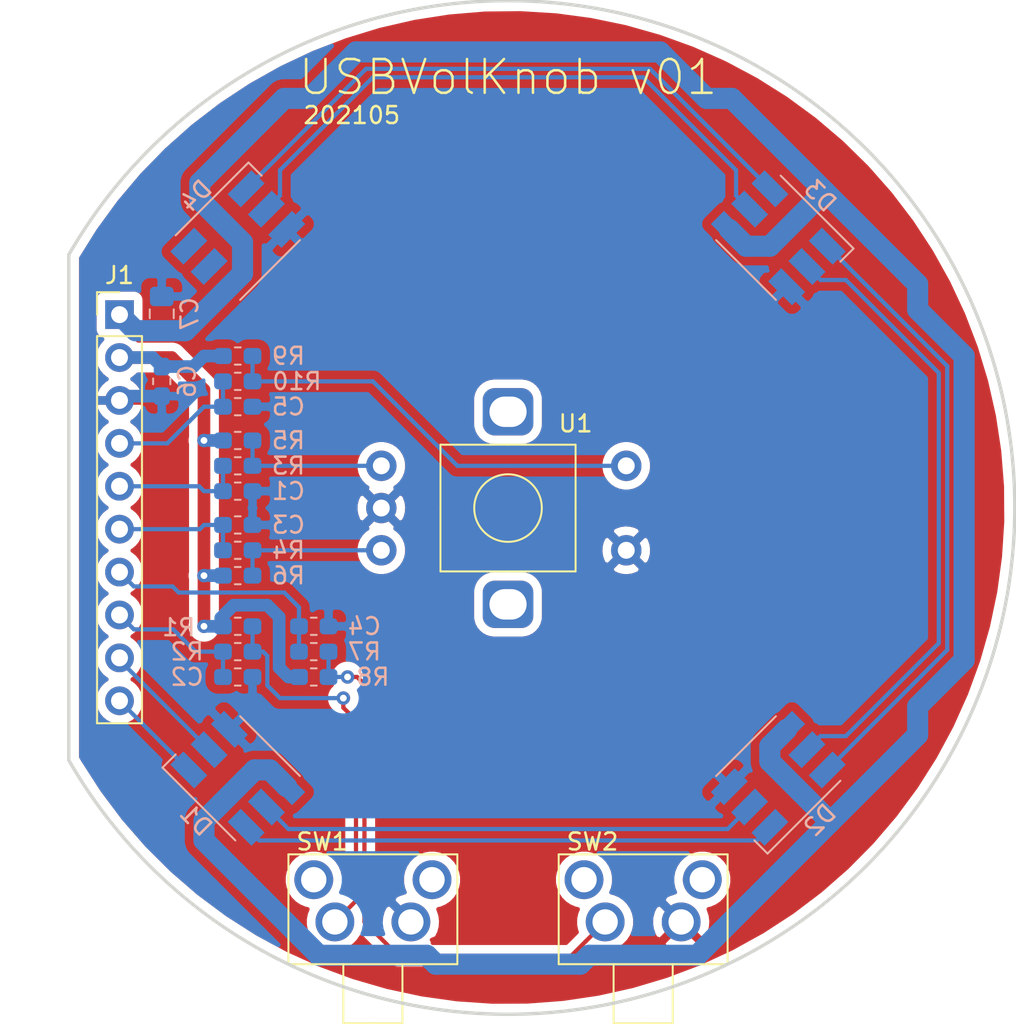
<source format=kicad_pcb>
(kicad_pcb (version 20171130) (host pcbnew "(5.1.4)-1")

  (general
    (thickness 1.6)
    (drawings 33)
    (tracks 150)
    (zones 0)
    (modules 25)
    (nets 24)
  )

  (page A4)
  (title_block
    (title USBVolumeKnob)
    (date 2021-05-24)
    (rev v01)
  )

  (layers
    (0 F.Cu signal)
    (31 B.Cu signal)
    (32 B.Adhes user hide)
    (33 F.Adhes user hide)
    (34 B.Paste user hide)
    (35 F.Paste user hide)
    (36 B.SilkS user hide)
    (37 F.SilkS user hide)
    (38 B.Mask user hide)
    (39 F.Mask user hide)
    (40 Dwgs.User user)
    (41 Cmts.User user hide)
    (42 Eco1.User user hide)
    (43 Eco2.User user hide)
    (44 Edge.Cuts user hide)
    (45 Margin user hide)
    (46 B.CrtYd user hide)
    (47 F.CrtYd user hide)
    (48 B.Fab user hide)
    (49 F.Fab user hide)
  )

  (setup
    (last_trace_width 0.25)
    (user_trace_width 0.5)
    (user_trace_width 0.75)
    (user_trace_width 1)
    (user_trace_width 1.25)
    (user_trace_width 1.5)
    (user_trace_width 2)
    (user_trace_width 2.5)
    (trace_clearance 0.2)
    (zone_clearance 0.508)
    (zone_45_only no)
    (trace_min 0.2)
    (via_size 0.8)
    (via_drill 0.4)
    (via_min_size 0.4)
    (via_min_drill 0.3)
    (uvia_size 0.3)
    (uvia_drill 0.1)
    (uvias_allowed no)
    (uvia_min_size 0.2)
    (uvia_min_drill 0.1)
    (edge_width 0.05)
    (segment_width 0.2)
    (pcb_text_width 0.3)
    (pcb_text_size 1.5 1.5)
    (mod_edge_width 0.12)
    (mod_text_size 1 1)
    (mod_text_width 0.15)
    (pad_size 1.524 1.524)
    (pad_drill 0.762)
    (pad_to_mask_clearance 0.051)
    (solder_mask_min_width 0.25)
    (aux_axis_origin 0 0)
    (grid_origin 152 102)
    (visible_elements 7FFFF7FF)
    (pcbplotparams
      (layerselection 0x010fc_ffffffff)
      (usegerberextensions false)
      (usegerberattributes false)
      (usegerberadvancedattributes false)
      (creategerberjobfile false)
      (excludeedgelayer true)
      (linewidth 0.100000)
      (plotframeref false)
      (viasonmask false)
      (mode 1)
      (useauxorigin false)
      (hpglpennumber 1)
      (hpglpenspeed 20)
      (hpglpendiameter 15.000000)
      (psnegative false)
      (psa4output false)
      (plotreference true)
      (plotvalue false)
      (plotinvisibletext false)
      (padsonsilk false)
      (subtractmaskfromsilk false)
      (outputformat 1)
      (mirror false)
      (drillshape 0)
      (scaleselection 1)
      (outputdirectory "DesignOutputs/Gerber"))
  )

  (net 0 "")
  (net 1 GND)
  (net 2 /ENA)
  (net 3 /BTN0)
  (net 4 /ENB)
  (net 5 /BTN1)
  (net 6 /ENSW)
  (net 7 "Net-(D1-Pad6)")
  (net 8 "Net-(D1-Pad5)")
  (net 9 +5V)
  (net 10 /CLK)
  (net 11 /MOSI)
  (net 12 "Net-(D2-Pad6)")
  (net 13 "Net-(D2-Pad5)")
  (net 14 "Net-(D3-Pad6)")
  (net 15 "Net-(D3-Pad5)")
  (net 16 "Net-(D4-Pad6)")
  (net 17 "Net-(D4-Pad5)")
  (net 18 +3V3)
  (net 19 "Net-(R1-Pad1)")
  (net 20 "Net-(R3-Pad1)")
  (net 21 "Net-(R4-Pad1)")
  (net 22 "Net-(R7-Pad1)")
  (net 23 "Net-(R10-Pad2)")

  (net_class Default "This is the default net class."
    (clearance 0.2)
    (trace_width 0.25)
    (via_dia 0.8)
    (via_drill 0.4)
    (uvia_dia 0.3)
    (uvia_drill 0.1)
    (add_net +3V3)
    (add_net +5V)
    (add_net /BTN0)
    (add_net /BTN1)
    (add_net /CLK)
    (add_net /ENA)
    (add_net /ENB)
    (add_net /ENSW)
    (add_net /MOSI)
    (add_net GND)
    (add_net "Net-(D1-Pad5)")
    (add_net "Net-(D1-Pad6)")
    (add_net "Net-(D2-Pad5)")
    (add_net "Net-(D2-Pad6)")
    (add_net "Net-(D3-Pad5)")
    (add_net "Net-(D3-Pad6)")
    (add_net "Net-(D4-Pad5)")
    (add_net "Net-(D4-Pad6)")
    (add_net "Net-(R1-Pad1)")
    (add_net "Net-(R10-Pad2)")
    (add_net "Net-(R3-Pad1)")
    (add_net "Net-(R4-Pad1)")
    (add_net "Net-(R7-Pad1)")
  )

  (module USBVolumeKnob:PinHeader_1x10_P2.54mm_Vertical (layer F.Cu) (tedit 60DBA895) (tstamp 60AAA7C0)
    (at 129 90.55)
    (descr "Through hole straight pin header, 1x10, 2.54mm pitch, single row")
    (tags "Through hole pin header THT 1x10 2.54mm single row")
    (path /60AE72D6)
    (fp_text reference J1 (at 0 -2.33) (layer F.SilkS)
      (effects (font (size 1 1) (thickness 0.15)))
    )
    (fp_text value Conn_01x10_Male (at 0 25.19) (layer F.Fab)
      (effects (font (size 1 1) (thickness 0.15)))
    )
    (fp_text user %R (at 0 11.43 90) (layer F.Fab)
      (effects (font (size 1 1) (thickness 0.15)))
    )
    (fp_line (start 1.8 -1.8) (end -1.8 -1.8) (layer F.CrtYd) (width 0.05))
    (fp_line (start 1.8 24.65) (end 1.8 -1.8) (layer F.CrtYd) (width 0.05))
    (fp_line (start -1.8 24.65) (end 1.8 24.65) (layer F.CrtYd) (width 0.05))
    (fp_line (start -1.8 -1.8) (end -1.8 24.65) (layer F.CrtYd) (width 0.05))
    (fp_line (start -1.33 -1.33) (end 0 -1.33) (layer F.SilkS) (width 0.12))
    (fp_line (start -1.33 0) (end -1.33 -1.33) (layer F.SilkS) (width 0.12))
    (fp_line (start -1.33 1.27) (end 1.33 1.27) (layer F.SilkS) (width 0.12))
    (fp_line (start 1.33 1.27) (end 1.33 24.19) (layer F.SilkS) (width 0.12))
    (fp_line (start -1.33 1.27) (end -1.33 24.19) (layer F.SilkS) (width 0.12))
    (fp_line (start -1.33 24.19) (end 1.33 24.19) (layer F.SilkS) (width 0.12))
    (fp_line (start -1.27 -0.635) (end -0.635 -1.27) (layer F.Fab) (width 0.1))
    (fp_line (start -1.27 24.13) (end -1.27 -0.635) (layer F.Fab) (width 0.1))
    (fp_line (start 1.27 24.13) (end -1.27 24.13) (layer F.Fab) (width 0.1))
    (fp_line (start 1.27 -1.27) (end 1.27 24.13) (layer F.Fab) (width 0.1))
    (fp_line (start -0.635 -1.27) (end 1.27 -1.27) (layer F.Fab) (width 0.1))
    (pad 10 thru_hole oval (at 0 22.86) (size 1.7 1.7) (drill 1) (layers *.Cu *.Mask)
      (net 11 /MOSI))
    (pad 9 thru_hole oval (at 0 20.32) (size 1.7 1.7) (drill 1) (layers *.Cu *.Mask)
      (net 10 /CLK))
    (pad 8 thru_hole oval (at 0 17.78) (size 1.7 1.7) (drill 1) (layers *.Cu *.Mask)
      (net 3 /BTN0))
    (pad 7 thru_hole oval (at 0 15.24) (size 1.7 1.7) (drill 1) (layers *.Cu *.Mask)
      (net 5 /BTN1))
    (pad 6 thru_hole oval (at 0 12.7) (size 1.7 1.7) (drill 1) (layers *.Cu *.Mask)
      (net 4 /ENB))
    (pad 5 thru_hole oval (at 0 10.16) (size 1.7 1.7) (drill 1) (layers *.Cu *.Mask)
      (net 2 /ENA))
    (pad 4 thru_hole oval (at 0 7.62) (size 1.7 1.7) (drill 1) (layers *.Cu *.Mask)
      (net 6 /ENSW))
    (pad 3 thru_hole oval (at 0 5.08) (size 1.7 1.7) (drill 1) (layers *.Cu *.Mask)
      (net 1 GND))
    (pad 2 thru_hole oval (at 0 2.54) (size 1.7 1.7) (drill 1) (layers *.Cu *.Mask)
      (net 18 +3V3))
    (pad 1 thru_hole rect (at 0 0) (size 1.7 1.7) (drill 1) (layers *.Cu *.Mask)
      (net 9 +5V))
  )

  (module Capacitor_SMD:C_0805_2012Metric_Pad1.15x1.40mm_HandSolder (layer B.Cu) (tedit 5B36C52B) (tstamp 60AB0211)
    (at 131.5 90.5 90)
    (descr "Capacitor SMD 0805 (2012 Metric), square (rectangular) end terminal, IPC_7351 nominal with elongated pad for handsoldering. (Body size source: https://docs.google.com/spreadsheets/d/1BsfQQcO9C6DZCsRaXUlFlo91Tg2WpOkGARC1WS5S8t0/edit?usp=sharing), generated with kicad-footprint-generator")
    (tags "capacitor handsolder")
    (path /60AD85C9)
    (attr smd)
    (fp_text reference C7 (at 0 1.65 270) (layer B.SilkS)
      (effects (font (size 1 1) (thickness 0.15)) (justify mirror))
    )
    (fp_text value 4.7uF (at 0 -1.65 270) (layer B.Fab)
      (effects (font (size 1 1) (thickness 0.15)) (justify mirror))
    )
    (fp_text user %R (at 0 0 270) (layer B.Fab)
      (effects (font (size 0.5 0.5) (thickness 0.08)) (justify mirror))
    )
    (fp_line (start 1.85 -0.95) (end -1.85 -0.95) (layer B.CrtYd) (width 0.05))
    (fp_line (start 1.85 0.95) (end 1.85 -0.95) (layer B.CrtYd) (width 0.05))
    (fp_line (start -1.85 0.95) (end 1.85 0.95) (layer B.CrtYd) (width 0.05))
    (fp_line (start -1.85 -0.95) (end -1.85 0.95) (layer B.CrtYd) (width 0.05))
    (fp_line (start -0.261252 -0.71) (end 0.261252 -0.71) (layer B.SilkS) (width 0.12))
    (fp_line (start -0.261252 0.71) (end 0.261252 0.71) (layer B.SilkS) (width 0.12))
    (fp_line (start 1 -0.6) (end -1 -0.6) (layer B.Fab) (width 0.1))
    (fp_line (start 1 0.6) (end 1 -0.6) (layer B.Fab) (width 0.1))
    (fp_line (start -1 0.6) (end 1 0.6) (layer B.Fab) (width 0.1))
    (fp_line (start -1 -0.6) (end -1 0.6) (layer B.Fab) (width 0.1))
    (pad 2 smd roundrect (at 1.025 0 90) (size 1.15 1.4) (layers B.Cu B.Paste B.Mask) (roundrect_rratio 0.217391)
      (net 1 GND))
    (pad 1 smd roundrect (at -1.025 0 90) (size 1.15 1.4) (layers B.Cu B.Paste B.Mask) (roundrect_rratio 0.217391)
      (net 9 +5V))
    (model ${KISYS3DMOD}/Capacitor_SMD.3dshapes/C_0805_2012Metric.wrl
      (at (xyz 0 0 0))
      (scale (xyz 1 1 1))
      (rotate (xyz 0 0 0))
    )
  )

  (module Capacitor_SMD:C_0603_1608Metric_Pad1.05x0.95mm_HandSolder (layer B.Cu) (tedit 5B301BBE) (tstamp 60AAFCA2)
    (at 131.5 94.5 270)
    (descr "Capacitor SMD 0603 (1608 Metric), square (rectangular) end terminal, IPC_7351 nominal with elongated pad for handsoldering. (Body size source: http://www.tortai-tech.com/upload/download/2011102023233369053.pdf), generated with kicad-footprint-generator")
    (tags "capacitor handsolder")
    (path /60AD728A)
    (attr smd)
    (fp_text reference C6 (at 0 -1.5 270) (layer B.SilkS)
      (effects (font (size 1 1) (thickness 0.15)) (justify mirror))
    )
    (fp_text value 1uF (at 0 -1.43 270) (layer B.Fab)
      (effects (font (size 1 1) (thickness 0.15)) (justify mirror))
    )
    (fp_text user %R (at 0 0 270) (layer B.Fab)
      (effects (font (size 0.4 0.4) (thickness 0.06)) (justify mirror))
    )
    (fp_line (start 1.65 -0.73) (end -1.65 -0.73) (layer B.CrtYd) (width 0.05))
    (fp_line (start 1.65 0.73) (end 1.65 -0.73) (layer B.CrtYd) (width 0.05))
    (fp_line (start -1.65 0.73) (end 1.65 0.73) (layer B.CrtYd) (width 0.05))
    (fp_line (start -1.65 -0.73) (end -1.65 0.73) (layer B.CrtYd) (width 0.05))
    (fp_line (start -0.171267 -0.51) (end 0.171267 -0.51) (layer B.SilkS) (width 0.12))
    (fp_line (start -0.171267 0.51) (end 0.171267 0.51) (layer B.SilkS) (width 0.12))
    (fp_line (start 0.8 -0.4) (end -0.8 -0.4) (layer B.Fab) (width 0.1))
    (fp_line (start 0.8 0.4) (end 0.8 -0.4) (layer B.Fab) (width 0.1))
    (fp_line (start -0.8 0.4) (end 0.8 0.4) (layer B.Fab) (width 0.1))
    (fp_line (start -0.8 -0.4) (end -0.8 0.4) (layer B.Fab) (width 0.1))
    (pad 2 smd roundrect (at 0.875 0 270) (size 1.05 0.95) (layers B.Cu B.Paste B.Mask) (roundrect_rratio 0.25)
      (net 1 GND))
    (pad 1 smd roundrect (at -0.875 0 270) (size 1.05 0.95) (layers B.Cu B.Paste B.Mask) (roundrect_rratio 0.25)
      (net 18 +3V3))
    (model ${KISYS3DMOD}/Capacitor_SMD.3dshapes/C_0603_1608Metric.wrl
      (at (xyz 0 0 0))
      (scale (xyz 1 1 1))
      (rotate (xyz 0 0 0))
    )
  )

  (module USBVolumeKnob:PEC12R-4xxxF (layer F.Cu) (tedit 60B01E96) (tstamp 60AAA657)
    (at 152 102 270)
    (path /60A8BC5A)
    (fp_text reference U1 (at -5 -4) (layer F.SilkS)
      (effects (font (size 1 1) (thickness 0.15)))
    )
    (fp_text value PEC12R-4xxxF (at 0 -0.5 90) (layer F.Fab)
      (effects (font (size 1 1) (thickness 0.15)))
    )
    (fp_line (start 5.75 7.5) (end 5.75 0) (layer F.CrtYd) (width 0.12))
    (fp_line (start 0 7.5) (end 5.75 7.5) (layer F.CrtYd) (width 0.12))
    (fp_line (start -5.75 7.5) (end 0 7.5) (layer F.CrtYd) (width 0.12))
    (fp_line (start -5.75 0) (end -5.75 7.5) (layer F.CrtYd) (width 0.12))
    (fp_line (start 5.75 -7) (end 0 -7) (layer F.CrtYd) (width 0.12))
    (fp_line (start 5.75 0) (end 5.75 -7) (layer F.CrtYd) (width 0.12))
    (fp_line (start -5.75 -7) (end 0 -7) (layer F.CrtYd) (width 0.12))
    (fp_line (start -5.75 0) (end -5.75 -7) (layer F.CrtYd) (width 0.12))
    (fp_circle (center 0 0) (end 0 -2) (layer F.SilkS) (width 0.12))
    (fp_line (start 3.75 -4) (end 3.75 0) (layer F.SilkS) (width 0.12))
    (fp_line (start 0 -4) (end 3.75 -4) (layer F.SilkS) (width 0.12))
    (fp_line (start -3.75 4) (end 0 4) (layer F.SilkS) (width 0.12))
    (fp_line (start -3.75 0) (end -3.75 4) (layer F.SilkS) (width 0.12))
    (fp_line (start 3.75 4) (end 0 4) (layer F.SilkS) (width 0.12))
    (fp_line (start 3.75 4) (end 3.75 0) (layer F.SilkS) (width 0.12))
    (fp_line (start -3.75 -4) (end 0 -4) (layer F.SilkS) (width 0.12))
    (fp_line (start -3.75 -4) (end -3.75 0) (layer F.SilkS) (width 0.12))
    (pad 7 thru_hole roundrect (at 5.7 0 270) (size 2.8 3) (drill oval 1.8 2.2) (layers *.Cu *.Mask) (roundrect_rratio 0.25))
    (pad 6 thru_hole roundrect (at -5.7 0 270) (size 2.8 3) (drill oval 1.8 2.2) (layers *.Cu *.Mask) (roundrect_rratio 0.25))
    (pad 2 thru_hole circle (at 2.5 -7 270) (size 1.8 1.8) (drill 1) (layers *.Cu *.Mask)
      (net 1 GND))
    (pad 1 thru_hole circle (at -2.5 -7 270) (size 1.8 1.8) (drill 1) (layers *.Cu *.Mask)
      (net 23 "Net-(R10-Pad2)"))
    (pad 5 thru_hole circle (at 2.5 7.5 270) (size 1.8 1.8) (drill 1) (layers *.Cu *.Mask)
      (net 21 "Net-(R4-Pad1)"))
    (pad 4 thru_hole circle (at 0 7.5 270) (size 1.8 1.8) (drill 1) (layers *.Cu *.Mask)
      (net 1 GND))
    (pad 3 thru_hole circle (at -2.5 7.5 270) (size 1.8 1.8) (drill 1) (layers *.Cu *.Mask)
      (net 20 "Net-(R3-Pad1)"))
    (model C:/Users/peter/Downloads/pec12r-4020f-n0024.stp
      (at (xyz 0 0 0))
      (scale (xyz 1 1 1))
      (rotate (xyz 90 180 0))
    )
  )

  (module USBVolumeKnob:B3F-3xxx (layer F.Cu) (tedit 60B01B96) (tstamp 60AAACC8)
    (at 160 124)
    (path /60AC0B7E)
    (fp_text reference SW2 (at -3 -2.25) (layer F.SilkS)
      (effects (font (size 1 1) (thickness 0.15)))
    )
    (fp_text value SW_Push (at -1.5 -3.5) (layer F.Fab)
      (effects (font (size 1 1) (thickness 0.15)))
    )
    (fp_line (start 1.75 8.5) (end 1.75 5) (layer F.SilkS) (width 0.12))
    (fp_line (start 0 8.5) (end 1.75 8.5) (layer F.SilkS) (width 0.12))
    (fp_line (start -1.75 8.5) (end 0 8.5) (layer F.SilkS) (width 0.12))
    (fp_line (start -1.75 5) (end -1.75 8.5) (layer F.SilkS) (width 0.12))
    (fp_line (start -5 5) (end -5 -1.5) (layer F.SilkS) (width 0.12))
    (fp_line (start 5 5) (end -5 5) (layer F.SilkS) (width 0.12))
    (fp_line (start 5 -1.5) (end 5 5) (layer F.SilkS) (width 0.12))
    (fp_line (start -5 -1.5) (end 5 -1.5) (layer F.SilkS) (width 0.12))
    (fp_line (start -5 8.5) (end -5 -1.5) (layer F.CrtYd) (width 0.12))
    (fp_line (start 5 8.5) (end -5 8.5) (layer F.CrtYd) (width 0.12))
    (fp_line (start 5 3.75) (end 5 8.5) (layer F.CrtYd) (width 0.12))
    (fp_line (start 5 -1.5) (end 5 3.75) (layer F.CrtYd) (width 0.12))
    (fp_line (start -5 -1.5) (end 5 -1.5) (layer F.CrtYd) (width 0.12))
    (pad 2 thru_hole circle (at 2.25 2.5) (size 2.3 2.3) (drill 1.5) (layers *.Cu *.Mask)
      (net 1 GND))
    (pad 1 thru_hole circle (at -2.25 2.5) (size 2.3 2.3) (drill 1.5) (layers *.Cu *.Mask)
      (net 22 "Net-(R7-Pad1)"))
    (pad 4 thru_hole circle (at 3.5 0) (size 2.3 2.3) (drill 1.5) (layers *.Cu *.Mask))
    (pad 3 thru_hole circle (at -3.5 0) (size 2.3 2.3) (drill 1.5) (layers *.Cu *.Mask))
    (model C:/Users/peter/Downloads/B3F-3152--3DModel-STEP-273799.STEP
      (offset (xyz 2.25 -2.5 0))
      (scale (xyz 1 1 1))
      (rotate (xyz -90 0 0))
    )
  )

  (module USBVolumeKnob:B3F-3xxx (layer F.Cu) (tedit 60B01B96) (tstamp 60AAACB3)
    (at 144 124)
    (path /60AA3DFC)
    (fp_text reference SW1 (at -3 -2.25) (layer F.SilkS)
      (effects (font (size 1 1) (thickness 0.15)))
    )
    (fp_text value SW_Push (at -1.5 -3.5) (layer F.Fab)
      (effects (font (size 1 1) (thickness 0.15)))
    )
    (fp_line (start 1.75 8.5) (end 1.75 5) (layer F.SilkS) (width 0.12))
    (fp_line (start 0 8.5) (end 1.75 8.5) (layer F.SilkS) (width 0.12))
    (fp_line (start -1.75 8.5) (end 0 8.5) (layer F.SilkS) (width 0.12))
    (fp_line (start -1.75 5) (end -1.75 8.5) (layer F.SilkS) (width 0.12))
    (fp_line (start -5 5) (end -5 -1.5) (layer F.SilkS) (width 0.12))
    (fp_line (start 5 5) (end -5 5) (layer F.SilkS) (width 0.12))
    (fp_line (start 5 -1.5) (end 5 5) (layer F.SilkS) (width 0.12))
    (fp_line (start -5 -1.5) (end 5 -1.5) (layer F.SilkS) (width 0.12))
    (fp_line (start -5 8.5) (end -5 -1.5) (layer F.CrtYd) (width 0.12))
    (fp_line (start 5 8.5) (end -5 8.5) (layer F.CrtYd) (width 0.12))
    (fp_line (start 5 3.75) (end 5 8.5) (layer F.CrtYd) (width 0.12))
    (fp_line (start 5 -1.5) (end 5 3.75) (layer F.CrtYd) (width 0.12))
    (fp_line (start -5 -1.5) (end 5 -1.5) (layer F.CrtYd) (width 0.12))
    (pad 2 thru_hole circle (at 2.25 2.5) (size 2.3 2.3) (drill 1.5) (layers *.Cu *.Mask)
      (net 1 GND))
    (pad 1 thru_hole circle (at -2.25 2.5) (size 2.3 2.3) (drill 1.5) (layers *.Cu *.Mask)
      (net 19 "Net-(R1-Pad1)"))
    (pad 4 thru_hole circle (at 3.5 0) (size 2.3 2.3) (drill 1.5) (layers *.Cu *.Mask))
    (pad 3 thru_hole circle (at -3.5 0) (size 2.3 2.3) (drill 1.5) (layers *.Cu *.Mask))
    (model C:/Users/peter/Downloads/B3F-3152--3DModel-STEP-273799.STEP
      (offset (xyz 2.25 -2.5 0))
      (scale (xyz 1 1 1))
      (rotate (xyz -90 0 0))
    )
  )

  (module Resistor_SMD:R_0603_1608Metric_Pad1.05x0.95mm_HandSolder (layer B.Cu) (tedit 5B301BBD) (tstamp 60AADC4A)
    (at 136 94.5)
    (descr "Resistor SMD 0603 (1608 Metric), square (rectangular) end terminal, IPC_7351 nominal with elongated pad for handsoldering. (Body size source: http://www.tortai-tech.com/upload/download/2011102023233369053.pdf), generated with kicad-footprint-generator")
    (tags "resistor handsolder")
    (path /60A9B34E)
    (attr smd)
    (fp_text reference R10 (at 3.5 0) (layer B.SilkS)
      (effects (font (size 1 1) (thickness 0.15)) (justify mirror))
    )
    (fp_text value 200 (at 0 -1.43) (layer B.Fab)
      (effects (font (size 1 1) (thickness 0.15)) (justify mirror))
    )
    (fp_text user %R (at 0 0) (layer B.Fab)
      (effects (font (size 0.4 0.4) (thickness 0.06)) (justify mirror))
    )
    (fp_line (start 1.65 -0.73) (end -1.65 -0.73) (layer B.CrtYd) (width 0.05))
    (fp_line (start 1.65 0.73) (end 1.65 -0.73) (layer B.CrtYd) (width 0.05))
    (fp_line (start -1.65 0.73) (end 1.65 0.73) (layer B.CrtYd) (width 0.05))
    (fp_line (start -1.65 -0.73) (end -1.65 0.73) (layer B.CrtYd) (width 0.05))
    (fp_line (start -0.171267 -0.51) (end 0.171267 -0.51) (layer B.SilkS) (width 0.12))
    (fp_line (start -0.171267 0.51) (end 0.171267 0.51) (layer B.SilkS) (width 0.12))
    (fp_line (start 0.8 -0.4) (end -0.8 -0.4) (layer B.Fab) (width 0.1))
    (fp_line (start 0.8 0.4) (end 0.8 -0.4) (layer B.Fab) (width 0.1))
    (fp_line (start -0.8 0.4) (end 0.8 0.4) (layer B.Fab) (width 0.1))
    (fp_line (start -0.8 -0.4) (end -0.8 0.4) (layer B.Fab) (width 0.1))
    (pad 2 smd roundrect (at 0.875 0) (size 1.05 0.95) (layers B.Cu B.Paste B.Mask) (roundrect_rratio 0.25)
      (net 23 "Net-(R10-Pad2)"))
    (pad 1 smd roundrect (at -0.875 0) (size 1.05 0.95) (layers B.Cu B.Paste B.Mask) (roundrect_rratio 0.25)
      (net 6 /ENSW))
    (model ${KISYS3DMOD}/Resistor_SMD.3dshapes/R_0603_1608Metric.wrl
      (at (xyz 0 0 0))
      (scale (xyz 1 1 1))
      (rotate (xyz 0 0 0))
    )
  )

  (module Resistor_SMD:R_0603_1608Metric_Pad1.05x0.95mm_HandSolder (layer B.Cu) (tedit 5B301BBD) (tstamp 60AADC7A)
    (at 136 93)
    (descr "Resistor SMD 0603 (1608 Metric), square (rectangular) end terminal, IPC_7351 nominal with elongated pad for handsoldering. (Body size source: http://www.tortai-tech.com/upload/download/2011102023233369053.pdf), generated with kicad-footprint-generator")
    (tags "resistor handsolder")
    (path /60A9AAE8)
    (attr smd)
    (fp_text reference R9 (at 3 0) (layer B.SilkS)
      (effects (font (size 1 1) (thickness 0.15)) (justify mirror))
    )
    (fp_text value 10k (at 0 -1.43) (layer B.Fab)
      (effects (font (size 1 1) (thickness 0.15)) (justify mirror))
    )
    (fp_text user %R (at 0 0) (layer B.Fab)
      (effects (font (size 0.4 0.4) (thickness 0.06)) (justify mirror))
    )
    (fp_line (start 1.65 -0.73) (end -1.65 -0.73) (layer B.CrtYd) (width 0.05))
    (fp_line (start 1.65 0.73) (end 1.65 -0.73) (layer B.CrtYd) (width 0.05))
    (fp_line (start -1.65 0.73) (end 1.65 0.73) (layer B.CrtYd) (width 0.05))
    (fp_line (start -1.65 -0.73) (end -1.65 0.73) (layer B.CrtYd) (width 0.05))
    (fp_line (start -0.171267 -0.51) (end 0.171267 -0.51) (layer B.SilkS) (width 0.12))
    (fp_line (start -0.171267 0.51) (end 0.171267 0.51) (layer B.SilkS) (width 0.12))
    (fp_line (start 0.8 -0.4) (end -0.8 -0.4) (layer B.Fab) (width 0.1))
    (fp_line (start 0.8 0.4) (end 0.8 -0.4) (layer B.Fab) (width 0.1))
    (fp_line (start -0.8 0.4) (end 0.8 0.4) (layer B.Fab) (width 0.1))
    (fp_line (start -0.8 -0.4) (end -0.8 0.4) (layer B.Fab) (width 0.1))
    (pad 2 smd roundrect (at 0.875 0) (size 1.05 0.95) (layers B.Cu B.Paste B.Mask) (roundrect_rratio 0.25)
      (net 23 "Net-(R10-Pad2)"))
    (pad 1 smd roundrect (at -0.875 0) (size 1.05 0.95) (layers B.Cu B.Paste B.Mask) (roundrect_rratio 0.25)
      (net 18 +3V3))
    (model ${KISYS3DMOD}/Resistor_SMD.3dshapes/R_0603_1608Metric.wrl
      (at (xyz 0 0 0))
      (scale (xyz 1 1 1))
      (rotate (xyz 0 0 0))
    )
  )

  (module Resistor_SMD:R_0603_1608Metric_Pad1.05x0.95mm_HandSolder (layer B.Cu) (tedit 5B301BBD) (tstamp 60AC7899)
    (at 140.5 112)
    (descr "Resistor SMD 0603 (1608 Metric), square (rectangular) end terminal, IPC_7351 nominal with elongated pad for handsoldering. (Body size source: http://www.tortai-tech.com/upload/download/2011102023233369053.pdf), generated with kicad-footprint-generator")
    (tags "resistor handsolder")
    (path /60AC0B8A)
    (attr smd)
    (fp_text reference R8 (at 3.5 0) (layer B.SilkS)
      (effects (font (size 1 1) (thickness 0.15)) (justify mirror))
    )
    (fp_text value 10k (at 0 -1.43) (layer B.Fab)
      (effects (font (size 1 1) (thickness 0.15)) (justify mirror))
    )
    (fp_text user %R (at 0 0) (layer B.Fab)
      (effects (font (size 0.4 0.4) (thickness 0.06)) (justify mirror))
    )
    (fp_line (start 1.65 -0.73) (end -1.65 -0.73) (layer B.CrtYd) (width 0.05))
    (fp_line (start 1.65 0.73) (end 1.65 -0.73) (layer B.CrtYd) (width 0.05))
    (fp_line (start -1.65 0.73) (end 1.65 0.73) (layer B.CrtYd) (width 0.05))
    (fp_line (start -1.65 -0.73) (end -1.65 0.73) (layer B.CrtYd) (width 0.05))
    (fp_line (start -0.171267 -0.51) (end 0.171267 -0.51) (layer B.SilkS) (width 0.12))
    (fp_line (start -0.171267 0.51) (end 0.171267 0.51) (layer B.SilkS) (width 0.12))
    (fp_line (start 0.8 -0.4) (end -0.8 -0.4) (layer B.Fab) (width 0.1))
    (fp_line (start 0.8 0.4) (end 0.8 -0.4) (layer B.Fab) (width 0.1))
    (fp_line (start -0.8 0.4) (end 0.8 0.4) (layer B.Fab) (width 0.1))
    (fp_line (start -0.8 -0.4) (end -0.8 0.4) (layer B.Fab) (width 0.1))
    (pad 2 smd roundrect (at 0.875 0) (size 1.05 0.95) (layers B.Cu B.Paste B.Mask) (roundrect_rratio 0.25)
      (net 22 "Net-(R7-Pad1)"))
    (pad 1 smd roundrect (at -0.875 0) (size 1.05 0.95) (layers B.Cu B.Paste B.Mask) (roundrect_rratio 0.25)
      (net 18 +3V3))
    (model ${KISYS3DMOD}/Resistor_SMD.3dshapes/R_0603_1608Metric.wrl
      (at (xyz 0 0 0))
      (scale (xyz 1 1 1))
      (rotate (xyz 0 0 0))
    )
  )

  (module Resistor_SMD:R_0603_1608Metric_Pad1.05x0.95mm_HandSolder (layer B.Cu) (tedit 5B301BBD) (tstamp 60AAC149)
    (at 140.5 110.5 180)
    (descr "Resistor SMD 0603 (1608 Metric), square (rectangular) end terminal, IPC_7351 nominal with elongated pad for handsoldering. (Body size source: http://www.tortai-tech.com/upload/download/2011102023233369053.pdf), generated with kicad-footprint-generator")
    (tags "resistor handsolder")
    (path /60AC0B84)
    (attr smd)
    (fp_text reference R7 (at -3 0) (layer B.SilkS)
      (effects (font (size 1 1) (thickness 0.15)) (justify mirror))
    )
    (fp_text value 200 (at 0 -1.43) (layer B.Fab)
      (effects (font (size 1 1) (thickness 0.15)) (justify mirror))
    )
    (fp_text user %R (at 0 0) (layer B.Fab)
      (effects (font (size 0.4 0.4) (thickness 0.06)) (justify mirror))
    )
    (fp_line (start 1.65 -0.73) (end -1.65 -0.73) (layer B.CrtYd) (width 0.05))
    (fp_line (start 1.65 0.73) (end 1.65 -0.73) (layer B.CrtYd) (width 0.05))
    (fp_line (start -1.65 0.73) (end 1.65 0.73) (layer B.CrtYd) (width 0.05))
    (fp_line (start -1.65 -0.73) (end -1.65 0.73) (layer B.CrtYd) (width 0.05))
    (fp_line (start -0.171267 -0.51) (end 0.171267 -0.51) (layer B.SilkS) (width 0.12))
    (fp_line (start -0.171267 0.51) (end 0.171267 0.51) (layer B.SilkS) (width 0.12))
    (fp_line (start 0.8 -0.4) (end -0.8 -0.4) (layer B.Fab) (width 0.1))
    (fp_line (start 0.8 0.4) (end 0.8 -0.4) (layer B.Fab) (width 0.1))
    (fp_line (start -0.8 0.4) (end 0.8 0.4) (layer B.Fab) (width 0.1))
    (fp_line (start -0.8 -0.4) (end -0.8 0.4) (layer B.Fab) (width 0.1))
    (pad 2 smd roundrect (at 0.875 0 180) (size 1.05 0.95) (layers B.Cu B.Paste B.Mask) (roundrect_rratio 0.25)
      (net 5 /BTN1))
    (pad 1 smd roundrect (at -0.875 0 180) (size 1.05 0.95) (layers B.Cu B.Paste B.Mask) (roundrect_rratio 0.25)
      (net 22 "Net-(R7-Pad1)"))
    (model ${KISYS3DMOD}/Resistor_SMD.3dshapes/R_0603_1608Metric.wrl
      (at (xyz 0 0 0))
      (scale (xyz 1 1 1))
      (rotate (xyz 0 0 0))
    )
  )

  (module Resistor_SMD:R_0603_1608Metric_Pad1.05x0.95mm_HandSolder (layer B.Cu) (tedit 5B301BBD) (tstamp 60AAAC5A)
    (at 136 106)
    (descr "Resistor SMD 0603 (1608 Metric), square (rectangular) end terminal, IPC_7351 nominal with elongated pad for handsoldering. (Body size source: http://www.tortai-tech.com/upload/download/2011102023233369053.pdf), generated with kicad-footprint-generator")
    (tags "resistor handsolder")
    (path /60A8CFE0)
    (attr smd)
    (fp_text reference R6 (at 3 0) (layer B.SilkS)
      (effects (font (size 1 1) (thickness 0.15)) (justify mirror))
    )
    (fp_text value 10k (at 0 -1.43) (layer B.Fab)
      (effects (font (size 1 1) (thickness 0.15)) (justify mirror))
    )
    (fp_text user %R (at 0 0) (layer B.Fab)
      (effects (font (size 0.4 0.4) (thickness 0.06)) (justify mirror))
    )
    (fp_line (start 1.65 -0.73) (end -1.65 -0.73) (layer B.CrtYd) (width 0.05))
    (fp_line (start 1.65 0.73) (end 1.65 -0.73) (layer B.CrtYd) (width 0.05))
    (fp_line (start -1.65 0.73) (end 1.65 0.73) (layer B.CrtYd) (width 0.05))
    (fp_line (start -1.65 -0.73) (end -1.65 0.73) (layer B.CrtYd) (width 0.05))
    (fp_line (start -0.171267 -0.51) (end 0.171267 -0.51) (layer B.SilkS) (width 0.12))
    (fp_line (start -0.171267 0.51) (end 0.171267 0.51) (layer B.SilkS) (width 0.12))
    (fp_line (start 0.8 -0.4) (end -0.8 -0.4) (layer B.Fab) (width 0.1))
    (fp_line (start 0.8 0.4) (end 0.8 -0.4) (layer B.Fab) (width 0.1))
    (fp_line (start -0.8 0.4) (end 0.8 0.4) (layer B.Fab) (width 0.1))
    (fp_line (start -0.8 -0.4) (end -0.8 0.4) (layer B.Fab) (width 0.1))
    (pad 2 smd roundrect (at 0.875 0) (size 1.05 0.95) (layers B.Cu B.Paste B.Mask) (roundrect_rratio 0.25)
      (net 21 "Net-(R4-Pad1)"))
    (pad 1 smd roundrect (at -0.875 0) (size 1.05 0.95) (layers B.Cu B.Paste B.Mask) (roundrect_rratio 0.25)
      (net 18 +3V3))
    (model ${KISYS3DMOD}/Resistor_SMD.3dshapes/R_0603_1608Metric.wrl
      (at (xyz 0 0 0))
      (scale (xyz 1 1 1))
      (rotate (xyz 0 0 0))
    )
  )

  (module Resistor_SMD:R_0603_1608Metric_Pad1.05x0.95mm_HandSolder (layer B.Cu) (tedit 5B301BBD) (tstamp 60AAAC49)
    (at 136 98)
    (descr "Resistor SMD 0603 (1608 Metric), square (rectangular) end terminal, IPC_7351 nominal with elongated pad for handsoldering. (Body size source: http://www.tortai-tech.com/upload/download/2011102023233369053.pdf), generated with kicad-footprint-generator")
    (tags "resistor handsolder")
    (path /60A8E0CA)
    (attr smd)
    (fp_text reference R5 (at 3 0) (layer B.SilkS)
      (effects (font (size 1 1) (thickness 0.15)) (justify mirror))
    )
    (fp_text value 10k (at 0 -1.43) (layer B.Fab)
      (effects (font (size 1 1) (thickness 0.15)) (justify mirror))
    )
    (fp_text user %R (at 0 0) (layer B.Fab)
      (effects (font (size 0.4 0.4) (thickness 0.06)) (justify mirror))
    )
    (fp_line (start 1.65 -0.73) (end -1.65 -0.73) (layer B.CrtYd) (width 0.05))
    (fp_line (start 1.65 0.73) (end 1.65 -0.73) (layer B.CrtYd) (width 0.05))
    (fp_line (start -1.65 0.73) (end 1.65 0.73) (layer B.CrtYd) (width 0.05))
    (fp_line (start -1.65 -0.73) (end -1.65 0.73) (layer B.CrtYd) (width 0.05))
    (fp_line (start -0.171267 -0.51) (end 0.171267 -0.51) (layer B.SilkS) (width 0.12))
    (fp_line (start -0.171267 0.51) (end 0.171267 0.51) (layer B.SilkS) (width 0.12))
    (fp_line (start 0.8 -0.4) (end -0.8 -0.4) (layer B.Fab) (width 0.1))
    (fp_line (start 0.8 0.4) (end 0.8 -0.4) (layer B.Fab) (width 0.1))
    (fp_line (start -0.8 0.4) (end 0.8 0.4) (layer B.Fab) (width 0.1))
    (fp_line (start -0.8 -0.4) (end -0.8 0.4) (layer B.Fab) (width 0.1))
    (pad 2 smd roundrect (at 0.875 0) (size 1.05 0.95) (layers B.Cu B.Paste B.Mask) (roundrect_rratio 0.25)
      (net 20 "Net-(R3-Pad1)"))
    (pad 1 smd roundrect (at -0.875 0) (size 1.05 0.95) (layers B.Cu B.Paste B.Mask) (roundrect_rratio 0.25)
      (net 18 +3V3))
    (model ${KISYS3DMOD}/Resistor_SMD.3dshapes/R_0603_1608Metric.wrl
      (at (xyz 0 0 0))
      (scale (xyz 1 1 1))
      (rotate (xyz 0 0 0))
    )
  )

  (module Resistor_SMD:R_0603_1608Metric_Pad1.05x0.95mm_HandSolder (layer B.Cu) (tedit 5B301BBD) (tstamp 60AAAC38)
    (at 136 104.5 180)
    (descr "Resistor SMD 0603 (1608 Metric), square (rectangular) end terminal, IPC_7351 nominal with elongated pad for handsoldering. (Body size source: http://www.tortai-tech.com/upload/download/2011102023233369053.pdf), generated with kicad-footprint-generator")
    (tags "resistor handsolder")
    (path /60A908AA)
    (attr smd)
    (fp_text reference R4 (at -3 0) (layer B.SilkS)
      (effects (font (size 1 1) (thickness 0.15)) (justify mirror))
    )
    (fp_text value 200 (at 0 -1.43) (layer B.Fab)
      (effects (font (size 1 1) (thickness 0.15)) (justify mirror))
    )
    (fp_text user %R (at 0 0) (layer B.Fab)
      (effects (font (size 0.4 0.4) (thickness 0.06)) (justify mirror))
    )
    (fp_line (start 1.65 -0.73) (end -1.65 -0.73) (layer B.CrtYd) (width 0.05))
    (fp_line (start 1.65 0.73) (end 1.65 -0.73) (layer B.CrtYd) (width 0.05))
    (fp_line (start -1.65 0.73) (end 1.65 0.73) (layer B.CrtYd) (width 0.05))
    (fp_line (start -1.65 -0.73) (end -1.65 0.73) (layer B.CrtYd) (width 0.05))
    (fp_line (start -0.171267 -0.51) (end 0.171267 -0.51) (layer B.SilkS) (width 0.12))
    (fp_line (start -0.171267 0.51) (end 0.171267 0.51) (layer B.SilkS) (width 0.12))
    (fp_line (start 0.8 -0.4) (end -0.8 -0.4) (layer B.Fab) (width 0.1))
    (fp_line (start 0.8 0.4) (end 0.8 -0.4) (layer B.Fab) (width 0.1))
    (fp_line (start -0.8 0.4) (end 0.8 0.4) (layer B.Fab) (width 0.1))
    (fp_line (start -0.8 -0.4) (end -0.8 0.4) (layer B.Fab) (width 0.1))
    (pad 2 smd roundrect (at 0.875 0 180) (size 1.05 0.95) (layers B.Cu B.Paste B.Mask) (roundrect_rratio 0.25)
      (net 4 /ENB))
    (pad 1 smd roundrect (at -0.875 0 180) (size 1.05 0.95) (layers B.Cu B.Paste B.Mask) (roundrect_rratio 0.25)
      (net 21 "Net-(R4-Pad1)"))
    (model ${KISYS3DMOD}/Resistor_SMD.3dshapes/R_0603_1608Metric.wrl
      (at (xyz 0 0 0))
      (scale (xyz 1 1 1))
      (rotate (xyz 0 0 0))
    )
  )

  (module Resistor_SMD:R_0603_1608Metric_Pad1.05x0.95mm_HandSolder (layer B.Cu) (tedit 5B301BBD) (tstamp 60AAAC27)
    (at 136 99.5 180)
    (descr "Resistor SMD 0603 (1608 Metric), square (rectangular) end terminal, IPC_7351 nominal with elongated pad for handsoldering. (Body size source: http://www.tortai-tech.com/upload/download/2011102023233369053.pdf), generated with kicad-footprint-generator")
    (tags "resistor handsolder")
    (path /60A8FC7C)
    (attr smd)
    (fp_text reference R3 (at -3 0) (layer B.SilkS)
      (effects (font (size 1 1) (thickness 0.15)) (justify mirror))
    )
    (fp_text value 200 (at 0 -1.43) (layer B.Fab)
      (effects (font (size 1 1) (thickness 0.15)) (justify mirror))
    )
    (fp_text user %R (at 0 0) (layer B.Fab)
      (effects (font (size 0.4 0.4) (thickness 0.06)) (justify mirror))
    )
    (fp_line (start 1.65 -0.73) (end -1.65 -0.73) (layer B.CrtYd) (width 0.05))
    (fp_line (start 1.65 0.73) (end 1.65 -0.73) (layer B.CrtYd) (width 0.05))
    (fp_line (start -1.65 0.73) (end 1.65 0.73) (layer B.CrtYd) (width 0.05))
    (fp_line (start -1.65 -0.73) (end -1.65 0.73) (layer B.CrtYd) (width 0.05))
    (fp_line (start -0.171267 -0.51) (end 0.171267 -0.51) (layer B.SilkS) (width 0.12))
    (fp_line (start -0.171267 0.51) (end 0.171267 0.51) (layer B.SilkS) (width 0.12))
    (fp_line (start 0.8 -0.4) (end -0.8 -0.4) (layer B.Fab) (width 0.1))
    (fp_line (start 0.8 0.4) (end 0.8 -0.4) (layer B.Fab) (width 0.1))
    (fp_line (start -0.8 0.4) (end 0.8 0.4) (layer B.Fab) (width 0.1))
    (fp_line (start -0.8 -0.4) (end -0.8 0.4) (layer B.Fab) (width 0.1))
    (pad 2 smd roundrect (at 0.875 0 180) (size 1.05 0.95) (layers B.Cu B.Paste B.Mask) (roundrect_rratio 0.25)
      (net 2 /ENA))
    (pad 1 smd roundrect (at -0.875 0 180) (size 1.05 0.95) (layers B.Cu B.Paste B.Mask) (roundrect_rratio 0.25)
      (net 20 "Net-(R3-Pad1)"))
    (model ${KISYS3DMOD}/Resistor_SMD.3dshapes/R_0603_1608Metric.wrl
      (at (xyz 0 0 0))
      (scale (xyz 1 1 1))
      (rotate (xyz 0 0 0))
    )
  )

  (module Resistor_SMD:R_0603_1608Metric_Pad1.05x0.95mm_HandSolder (layer B.Cu) (tedit 5B301BBD) (tstamp 60AAC1A9)
    (at 136 109)
    (descr "Resistor SMD 0603 (1608 Metric), square (rectangular) end terminal, IPC_7351 nominal with elongated pad for handsoldering. (Body size source: http://www.tortai-tech.com/upload/download/2011102023233369053.pdf), generated with kicad-footprint-generator")
    (tags "resistor handsolder")
    (path /60AA7F14)
    (attr smd)
    (fp_text reference R2 (at -3 1.5) (layer B.SilkS)
      (effects (font (size 1 1) (thickness 0.15)) (justify mirror))
    )
    (fp_text value 10k (at 0 -1.43) (layer B.Fab)
      (effects (font (size 1 1) (thickness 0.15)) (justify mirror))
    )
    (fp_text user %R (at 0 0) (layer B.Fab)
      (effects (font (size 0.4 0.4) (thickness 0.06)) (justify mirror))
    )
    (fp_line (start 1.65 -0.73) (end -1.65 -0.73) (layer B.CrtYd) (width 0.05))
    (fp_line (start 1.65 0.73) (end 1.65 -0.73) (layer B.CrtYd) (width 0.05))
    (fp_line (start -1.65 0.73) (end 1.65 0.73) (layer B.CrtYd) (width 0.05))
    (fp_line (start -1.65 -0.73) (end -1.65 0.73) (layer B.CrtYd) (width 0.05))
    (fp_line (start -0.171267 -0.51) (end 0.171267 -0.51) (layer B.SilkS) (width 0.12))
    (fp_line (start -0.171267 0.51) (end 0.171267 0.51) (layer B.SilkS) (width 0.12))
    (fp_line (start 0.8 -0.4) (end -0.8 -0.4) (layer B.Fab) (width 0.1))
    (fp_line (start 0.8 0.4) (end 0.8 -0.4) (layer B.Fab) (width 0.1))
    (fp_line (start -0.8 0.4) (end 0.8 0.4) (layer B.Fab) (width 0.1))
    (fp_line (start -0.8 -0.4) (end -0.8 0.4) (layer B.Fab) (width 0.1))
    (pad 2 smd roundrect (at 0.875 0) (size 1.05 0.95) (layers B.Cu B.Paste B.Mask) (roundrect_rratio 0.25)
      (net 19 "Net-(R1-Pad1)"))
    (pad 1 smd roundrect (at -0.875 0) (size 1.05 0.95) (layers B.Cu B.Paste B.Mask) (roundrect_rratio 0.25)
      (net 18 +3V3))
    (model ${KISYS3DMOD}/Resistor_SMD.3dshapes/R_0603_1608Metric.wrl
      (at (xyz 0 0 0))
      (scale (xyz 1 1 1))
      (rotate (xyz 0 0 0))
    )
  )

  (module Resistor_SMD:R_0603_1608Metric_Pad1.05x0.95mm_HandSolder (layer B.Cu) (tedit 5B301BBD) (tstamp 60AAC209)
    (at 136 110.5 180)
    (descr "Resistor SMD 0603 (1608 Metric), square (rectangular) end terminal, IPC_7351 nominal with elongated pad for handsoldering. (Body size source: http://www.tortai-tech.com/upload/download/2011102023233369053.pdf), generated with kicad-footprint-generator")
    (tags "resistor handsolder")
    (path /60AA6068)
    (attr smd)
    (fp_text reference R1 (at 3.5 1.43) (layer B.SilkS)
      (effects (font (size 1 1) (thickness 0.15)) (justify mirror))
    )
    (fp_text value 200 (at 0 -1.43) (layer B.Fab)
      (effects (font (size 1 1) (thickness 0.15)) (justify mirror))
    )
    (fp_text user %R (at 0 0) (layer B.Fab)
      (effects (font (size 0.4 0.4) (thickness 0.06)) (justify mirror))
    )
    (fp_line (start 1.65 -0.73) (end -1.65 -0.73) (layer B.CrtYd) (width 0.05))
    (fp_line (start 1.65 0.73) (end 1.65 -0.73) (layer B.CrtYd) (width 0.05))
    (fp_line (start -1.65 0.73) (end 1.65 0.73) (layer B.CrtYd) (width 0.05))
    (fp_line (start -1.65 -0.73) (end -1.65 0.73) (layer B.CrtYd) (width 0.05))
    (fp_line (start -0.171267 -0.51) (end 0.171267 -0.51) (layer B.SilkS) (width 0.12))
    (fp_line (start -0.171267 0.51) (end 0.171267 0.51) (layer B.SilkS) (width 0.12))
    (fp_line (start 0.8 -0.4) (end -0.8 -0.4) (layer B.Fab) (width 0.1))
    (fp_line (start 0.8 0.4) (end 0.8 -0.4) (layer B.Fab) (width 0.1))
    (fp_line (start -0.8 0.4) (end 0.8 0.4) (layer B.Fab) (width 0.1))
    (fp_line (start -0.8 -0.4) (end -0.8 0.4) (layer B.Fab) (width 0.1))
    (pad 2 smd roundrect (at 0.875 0 180) (size 1.05 0.95) (layers B.Cu B.Paste B.Mask) (roundrect_rratio 0.25)
      (net 3 /BTN0))
    (pad 1 smd roundrect (at -0.875 0 180) (size 1.05 0.95) (layers B.Cu B.Paste B.Mask) (roundrect_rratio 0.25)
      (net 19 "Net-(R1-Pad1)"))
    (model ${KISYS3DMOD}/Resistor_SMD.3dshapes/R_0603_1608Metric.wrl
      (at (xyz 0 0 0))
      (scale (xyz 1 1 1))
      (rotate (xyz 0 0 0))
    )
  )

  (module LED_SMD:LED_RGB_5050-6 locked (layer B.Cu) (tedit 59155824) (tstamp 60AAAC17)
    (at 136 86 225)
    (descr http://cdn.sparkfun.com/datasheets/Components/LED/5060BRG4.pdf)
    (tags "RGB LED 5050-6")
    (path /60A85AC9)
    (attr smd)
    (fp_text reference D4 (at 0 3.5 225) (layer B.SilkS)
      (effects (font (size 1 1) (thickness 0.15)) (justify mirror))
    )
    (fp_text value SK9822 (at 0 -3.299999 45) (layer B.Fab)
      (effects (font (size 1 1) (thickness 0.15)) (justify mirror))
    )
    (fp_circle (center 0 0) (end 0 1.9) (layer B.Fab) (width 0.1))
    (fp_text user %R (at 0 0 45) (layer B.Fab)
      (effects (font (size 0.6 0.6) (thickness 0.06)) (justify mirror))
    )
    (fp_line (start -3.65 2.75) (end -3.65 -2.75) (layer B.CrtYd) (width 0.05))
    (fp_line (start -3.65 -2.75) (end 3.65 -2.75) (layer B.CrtYd) (width 0.05))
    (fp_line (start 3.65 -2.75) (end 3.65 2.75) (layer B.CrtYd) (width 0.05))
    (fp_line (start 3.65 2.75) (end -3.65 2.75) (layer B.CrtYd) (width 0.05))
    (fp_line (start 2.5 -2.7) (end -2.5 -2.7) (layer B.SilkS) (width 0.12))
    (fp_line (start -3.6 1.6) (end -3.6 2.7) (layer B.SilkS) (width 0.12))
    (fp_line (start -3.6 2.7) (end 2.5 2.7) (layer B.SilkS) (width 0.12))
    (fp_line (start -2.5 2.5) (end -2.5 -2.5) (layer B.Fab) (width 0.1))
    (fp_line (start -2.5 -2.5) (end 2.5 -2.5) (layer B.Fab) (width 0.1))
    (fp_line (start 2.5 -2.5) (end 2.5 2.5) (layer B.Fab) (width 0.1))
    (fp_line (start 2.5 2.5) (end -2.5 2.5) (layer B.Fab) (width 0.1))
    (fp_line (start -2.5 1.9) (end -1.9 2.5) (layer B.Fab) (width 0.1))
    (pad 6 smd rect (at 2.4 1.7 135) (size 1.1 2) (layers B.Cu B.Paste B.Mask)
      (net 16 "Net-(D4-Pad6)"))
    (pad 5 smd rect (at 2.4 0 135) (size 1.1 2) (layers B.Cu B.Paste B.Mask)
      (net 17 "Net-(D4-Pad5)"))
    (pad 4 smd rect (at 2.4 -1.7 135) (size 1.1 2) (layers B.Cu B.Paste B.Mask)
      (net 9 +5V))
    (pad 3 smd rect (at -2.4 -1.7 135) (size 1.1 2) (layers B.Cu B.Paste B.Mask)
      (net 1 GND))
    (pad 2 smd rect (at -2.4 0 135) (size 1.1 2) (layers B.Cu B.Paste B.Mask)
      (net 15 "Net-(D3-Pad5)"))
    (pad 1 smd rect (at -2.4 1.7 135) (size 1.1 2) (layers B.Cu B.Paste B.Mask)
      (net 14 "Net-(D3-Pad6)"))
    (model ${KISYS3DMOD}/LED_SMD.3dshapes/LED_RGB_5050-6.wrl
      (at (xyz 0 0 0))
      (scale (xyz 1 1 1))
      (rotate (xyz 0 0 0))
    )
  )

  (module LED_SMD:LED_RGB_5050-6 (layer B.Cu) (tedit 59155824) (tstamp 60AAB5C6)
    (at 168 86 135)
    (descr http://cdn.sparkfun.com/datasheets/Components/LED/5060BRG4.pdf)
    (tags "RGB LED 5050-6")
    (path /60A8533F)
    (attr smd)
    (fp_text reference D3 (at 0 3.5 315) (layer B.SilkS)
      (effects (font (size 1 1) (thickness 0.15)) (justify mirror))
    )
    (fp_text value SK9822 (at 0 -3.299999 135) (layer B.Fab)
      (effects (font (size 1 1) (thickness 0.15)) (justify mirror))
    )
    (fp_circle (center 0 0) (end 0 1.9) (layer B.Fab) (width 0.1))
    (fp_text user %R (at 0 0 135) (layer B.Fab)
      (effects (font (size 0.6 0.6) (thickness 0.06)) (justify mirror))
    )
    (fp_line (start -3.65 2.75) (end -3.65 -2.75) (layer B.CrtYd) (width 0.05))
    (fp_line (start -3.65 -2.75) (end 3.65 -2.75) (layer B.CrtYd) (width 0.05))
    (fp_line (start 3.65 -2.75) (end 3.65 2.75) (layer B.CrtYd) (width 0.05))
    (fp_line (start 3.65 2.75) (end -3.65 2.75) (layer B.CrtYd) (width 0.05))
    (fp_line (start 2.5 -2.7) (end -2.5 -2.7) (layer B.SilkS) (width 0.12))
    (fp_line (start -3.6 1.6) (end -3.6 2.7) (layer B.SilkS) (width 0.12))
    (fp_line (start -3.6 2.7) (end 2.5 2.7) (layer B.SilkS) (width 0.12))
    (fp_line (start -2.5 2.5) (end -2.5 -2.5) (layer B.Fab) (width 0.1))
    (fp_line (start -2.5 -2.5) (end 2.5 -2.5) (layer B.Fab) (width 0.1))
    (fp_line (start 2.5 -2.5) (end 2.5 2.5) (layer B.Fab) (width 0.1))
    (fp_line (start 2.5 2.5) (end -2.5 2.5) (layer B.Fab) (width 0.1))
    (fp_line (start -2.5 1.9) (end -1.9 2.5) (layer B.Fab) (width 0.1))
    (pad 6 smd rect (at 2.4 1.7 45) (size 1.1 2) (layers B.Cu B.Paste B.Mask)
      (net 14 "Net-(D3-Pad6)"))
    (pad 5 smd rect (at 2.4 0 45) (size 1.1 2) (layers B.Cu B.Paste B.Mask)
      (net 15 "Net-(D3-Pad5)"))
    (pad 4 smd rect (at 2.4 -1.7 45) (size 1.1 2) (layers B.Cu B.Paste B.Mask)
      (net 9 +5V))
    (pad 3 smd rect (at -2.4 -1.7 45) (size 1.1 2) (layers B.Cu B.Paste B.Mask)
      (net 1 GND))
    (pad 2 smd rect (at -2.4 0 45) (size 1.1 2) (layers B.Cu B.Paste B.Mask)
      (net 13 "Net-(D2-Pad5)"))
    (pad 1 smd rect (at -2.4 1.7 45) (size 1.1 2) (layers B.Cu B.Paste B.Mask)
      (net 12 "Net-(D2-Pad6)"))
    (model ${KISYS3DMOD}/LED_SMD.3dshapes/LED_RGB_5050-6.wrl
      (at (xyz 0 0 0))
      (scale (xyz 1 1 1))
      (rotate (xyz 0 0 0))
    )
  )

  (module LED_SMD:LED_RGB_5050-6 (layer B.Cu) (tedit 59155824) (tstamp 60AAB2B3)
    (at 168 118 45)
    (descr http://cdn.sparkfun.com/datasheets/Components/LED/5060BRG4.pdf)
    (tags "RGB LED 5050-6")
    (path /60A84D0F)
    (attr smd)
    (fp_text reference D2 (at 0 3.5 -135) (layer B.SilkS)
      (effects (font (size 1 1) (thickness 0.15)) (justify mirror))
    )
    (fp_text value SK9822 (at 0 -3.299999 45) (layer B.Fab)
      (effects (font (size 1 1) (thickness 0.15)) (justify mirror))
    )
    (fp_circle (center 0 0) (end 0 1.9) (layer B.Fab) (width 0.1))
    (fp_text user %R (at 0 0 45) (layer B.Fab)
      (effects (font (size 0.6 0.6) (thickness 0.06)) (justify mirror))
    )
    (fp_line (start -3.65 2.75) (end -3.65 -2.75) (layer B.CrtYd) (width 0.05))
    (fp_line (start -3.65 -2.75) (end 3.65 -2.75) (layer B.CrtYd) (width 0.05))
    (fp_line (start 3.65 -2.75) (end 3.65 2.75) (layer B.CrtYd) (width 0.05))
    (fp_line (start 3.65 2.75) (end -3.65 2.75) (layer B.CrtYd) (width 0.05))
    (fp_line (start 2.5 -2.7) (end -2.5 -2.7) (layer B.SilkS) (width 0.12))
    (fp_line (start -3.6 1.6) (end -3.6 2.7) (layer B.SilkS) (width 0.12))
    (fp_line (start -3.6 2.7) (end 2.5 2.7) (layer B.SilkS) (width 0.12))
    (fp_line (start -2.5 2.5) (end -2.5 -2.5) (layer B.Fab) (width 0.1))
    (fp_line (start -2.5 -2.5) (end 2.5 -2.5) (layer B.Fab) (width 0.1))
    (fp_line (start 2.5 -2.5) (end 2.5 2.5) (layer B.Fab) (width 0.1))
    (fp_line (start 2.5 2.5) (end -2.5 2.5) (layer B.Fab) (width 0.1))
    (fp_line (start -2.5 1.9) (end -1.9 2.5) (layer B.Fab) (width 0.1))
    (pad 6 smd rect (at 2.4 1.7 315) (size 1.1 2) (layers B.Cu B.Paste B.Mask)
      (net 12 "Net-(D2-Pad6)"))
    (pad 5 smd rect (at 2.4 0 315) (size 1.1 2) (layers B.Cu B.Paste B.Mask)
      (net 13 "Net-(D2-Pad5)"))
    (pad 4 smd rect (at 2.4 -1.7 315) (size 1.1 2) (layers B.Cu B.Paste B.Mask)
      (net 9 +5V))
    (pad 3 smd rect (at -2.4 -1.7 315) (size 1.1 2) (layers B.Cu B.Paste B.Mask)
      (net 1 GND))
    (pad 2 smd rect (at -2.4 0 315) (size 1.1 2) (layers B.Cu B.Paste B.Mask)
      (net 8 "Net-(D1-Pad5)"))
    (pad 1 smd rect (at -2.4 1.7 315) (size 1.1 2) (layers B.Cu B.Paste B.Mask)
      (net 7 "Net-(D1-Pad6)"))
    (model ${KISYS3DMOD}/LED_SMD.3dshapes/LED_RGB_5050-6.wrl
      (at (xyz 0 0 0))
      (scale (xyz 1 1 1))
      (rotate (xyz 0 0 0))
    )
  )

  (module LED_SMD:LED_RGB_5050-6 (layer B.Cu) (tedit 59155824) (tstamp 60AAAB8E)
    (at 136 118 315)
    (descr http://cdn.sparkfun.com/datasheets/Components/LED/5060BRG4.pdf)
    (tags "RGB LED 5050-6")
    (path /60A80F1C)
    (attr smd)
    (fp_text reference D1 (at 0 3.5 315) (layer B.SilkS)
      (effects (font (size 1 1) (thickness 0.15)) (justify mirror))
    )
    (fp_text value SK9822 (at 0 -3.299999 135) (layer B.Fab)
      (effects (font (size 1 1) (thickness 0.15)) (justify mirror))
    )
    (fp_circle (center 0 0) (end 0 1.9) (layer B.Fab) (width 0.1))
    (fp_text user %R (at 0 0 135) (layer B.Fab)
      (effects (font (size 0.6 0.6) (thickness 0.06)) (justify mirror))
    )
    (fp_line (start -3.65 2.75) (end -3.65 -2.75) (layer B.CrtYd) (width 0.05))
    (fp_line (start -3.65 -2.75) (end 3.65 -2.75) (layer B.CrtYd) (width 0.05))
    (fp_line (start 3.65 -2.75) (end 3.65 2.75) (layer B.CrtYd) (width 0.05))
    (fp_line (start 3.65 2.75) (end -3.65 2.75) (layer B.CrtYd) (width 0.05))
    (fp_line (start 2.5 -2.7) (end -2.5 -2.7) (layer B.SilkS) (width 0.12))
    (fp_line (start -3.6 1.6) (end -3.6 2.7) (layer B.SilkS) (width 0.12))
    (fp_line (start -3.6 2.7) (end 2.5 2.7) (layer B.SilkS) (width 0.12))
    (fp_line (start -2.5 2.5) (end -2.5 -2.5) (layer B.Fab) (width 0.1))
    (fp_line (start -2.5 -2.5) (end 2.5 -2.5) (layer B.Fab) (width 0.1))
    (fp_line (start 2.5 -2.5) (end 2.5 2.5) (layer B.Fab) (width 0.1))
    (fp_line (start 2.5 2.5) (end -2.5 2.5) (layer B.Fab) (width 0.1))
    (fp_line (start -2.5 1.9) (end -1.9 2.5) (layer B.Fab) (width 0.1))
    (pad 6 smd rect (at 2.4 1.7 225) (size 1.1 2) (layers B.Cu B.Paste B.Mask)
      (net 7 "Net-(D1-Pad6)"))
    (pad 5 smd rect (at 2.4 0 225) (size 1.1 2) (layers B.Cu B.Paste B.Mask)
      (net 8 "Net-(D1-Pad5)"))
    (pad 4 smd rect (at 2.4 -1.7 225) (size 1.1 2) (layers B.Cu B.Paste B.Mask)
      (net 9 +5V))
    (pad 3 smd rect (at -2.4 -1.7 225) (size 1.1 2) (layers B.Cu B.Paste B.Mask)
      (net 1 GND))
    (pad 2 smd rect (at -2.4 0 225) (size 1.1 2) (layers B.Cu B.Paste B.Mask)
      (net 10 /CLK))
    (pad 1 smd rect (at -2.4 1.7 225) (size 1.1 2) (layers B.Cu B.Paste B.Mask)
      (net 11 /MOSI))
    (model ${KISYS3DMOD}/LED_SMD.3dshapes/LED_RGB_5050-6.wrl
      (at (xyz 0 0 0))
      (scale (xyz 1 1 1))
      (rotate (xyz 0 0 0))
    )
  )

  (module Capacitor_SMD:C_0603_1608Metric_Pad1.05x0.95mm_HandSolder (layer B.Cu) (tedit 5B301BBE) (tstamp 60AADCAA)
    (at 136 96)
    (descr "Capacitor SMD 0603 (1608 Metric), square (rectangular) end terminal, IPC_7351 nominal with elongated pad for handsoldering. (Body size source: http://www.tortai-tech.com/upload/download/2011102023233369053.pdf), generated with kicad-footprint-generator")
    (tags "capacitor handsolder")
    (path /60AADAB7)
    (attr smd)
    (fp_text reference C5 (at 3 0) (layer B.SilkS)
      (effects (font (size 1 1) (thickness 0.15)) (justify mirror))
    )
    (fp_text value 100nF (at 0 -1.43) (layer B.Fab)
      (effects (font (size 1 1) (thickness 0.15)) (justify mirror))
    )
    (fp_text user %R (at 0 0) (layer B.Fab)
      (effects (font (size 0.4 0.4) (thickness 0.06)) (justify mirror))
    )
    (fp_line (start 1.65 -0.73) (end -1.65 -0.73) (layer B.CrtYd) (width 0.05))
    (fp_line (start 1.65 0.73) (end 1.65 -0.73) (layer B.CrtYd) (width 0.05))
    (fp_line (start -1.65 0.73) (end 1.65 0.73) (layer B.CrtYd) (width 0.05))
    (fp_line (start -1.65 -0.73) (end -1.65 0.73) (layer B.CrtYd) (width 0.05))
    (fp_line (start -0.171267 -0.51) (end 0.171267 -0.51) (layer B.SilkS) (width 0.12))
    (fp_line (start -0.171267 0.51) (end 0.171267 0.51) (layer B.SilkS) (width 0.12))
    (fp_line (start 0.8 -0.4) (end -0.8 -0.4) (layer B.Fab) (width 0.1))
    (fp_line (start 0.8 0.4) (end 0.8 -0.4) (layer B.Fab) (width 0.1))
    (fp_line (start -0.8 0.4) (end 0.8 0.4) (layer B.Fab) (width 0.1))
    (fp_line (start -0.8 -0.4) (end -0.8 0.4) (layer B.Fab) (width 0.1))
    (pad 2 smd roundrect (at 0.875 0) (size 1.05 0.95) (layers B.Cu B.Paste B.Mask) (roundrect_rratio 0.25)
      (net 1 GND))
    (pad 1 smd roundrect (at -0.875 0) (size 1.05 0.95) (layers B.Cu B.Paste B.Mask) (roundrect_rratio 0.25)
      (net 6 /ENSW))
    (model ${KISYS3DMOD}/Capacitor_SMD.3dshapes/C_0603_1608Metric.wrl
      (at (xyz 0 0 0))
      (scale (xyz 1 1 1))
      (rotate (xyz 0 0 0))
    )
  )

  (module Capacitor_SMD:C_0603_1608Metric_Pad1.05x0.95mm_HandSolder (layer B.Cu) (tedit 5B301BBE) (tstamp 60AAC1D9)
    (at 140.5 109)
    (descr "Capacitor SMD 0603 (1608 Metric), square (rectangular) end terminal, IPC_7351 nominal with elongated pad for handsoldering. (Body size source: http://www.tortai-tech.com/upload/download/2011102023233369053.pdf), generated with kicad-footprint-generator")
    (tags "capacitor handsolder")
    (path /60AC0B90)
    (attr smd)
    (fp_text reference C4 (at 3 0) (layer B.SilkS)
      (effects (font (size 1 1) (thickness 0.15)) (justify mirror))
    )
    (fp_text value 100nF (at 0 -1.43) (layer B.Fab)
      (effects (font (size 1 1) (thickness 0.15)) (justify mirror))
    )
    (fp_text user %R (at 0 0) (layer B.Fab)
      (effects (font (size 0.4 0.4) (thickness 0.06)) (justify mirror))
    )
    (fp_line (start 1.65 -0.73) (end -1.65 -0.73) (layer B.CrtYd) (width 0.05))
    (fp_line (start 1.65 0.73) (end 1.65 -0.73) (layer B.CrtYd) (width 0.05))
    (fp_line (start -1.65 0.73) (end 1.65 0.73) (layer B.CrtYd) (width 0.05))
    (fp_line (start -1.65 -0.73) (end -1.65 0.73) (layer B.CrtYd) (width 0.05))
    (fp_line (start -0.171267 -0.51) (end 0.171267 -0.51) (layer B.SilkS) (width 0.12))
    (fp_line (start -0.171267 0.51) (end 0.171267 0.51) (layer B.SilkS) (width 0.12))
    (fp_line (start 0.8 -0.4) (end -0.8 -0.4) (layer B.Fab) (width 0.1))
    (fp_line (start 0.8 0.4) (end 0.8 -0.4) (layer B.Fab) (width 0.1))
    (fp_line (start -0.8 0.4) (end 0.8 0.4) (layer B.Fab) (width 0.1))
    (fp_line (start -0.8 -0.4) (end -0.8 0.4) (layer B.Fab) (width 0.1))
    (pad 2 smd roundrect (at 0.875 0) (size 1.05 0.95) (layers B.Cu B.Paste B.Mask) (roundrect_rratio 0.25)
      (net 1 GND))
    (pad 1 smd roundrect (at -0.875 0) (size 1.05 0.95) (layers B.Cu B.Paste B.Mask) (roundrect_rratio 0.25)
      (net 5 /BTN1))
    (model ${KISYS3DMOD}/Capacitor_SMD.3dshapes/C_0603_1608Metric.wrl
      (at (xyz 0 0 0))
      (scale (xyz 1 1 1))
      (rotate (xyz 0 0 0))
    )
  )

  (module Capacitor_SMD:C_0603_1608Metric_Pad1.05x0.95mm_HandSolder (layer B.Cu) (tedit 5B301BBE) (tstamp 60AAAB54)
    (at 136 103)
    (descr "Capacitor SMD 0603 (1608 Metric), square (rectangular) end terminal, IPC_7351 nominal with elongated pad for handsoldering. (Body size source: http://www.tortai-tech.com/upload/download/2011102023233369053.pdf), generated with kicad-footprint-generator")
    (tags "capacitor handsolder")
    (path /60AA8C42)
    (attr smd)
    (fp_text reference C3 (at 3 0) (layer B.SilkS)
      (effects (font (size 1 1) (thickness 0.15)) (justify mirror))
    )
    (fp_text value 100nF (at 0 -1.43) (layer B.Fab)
      (effects (font (size 1 1) (thickness 0.15)) (justify mirror))
    )
    (fp_text user %R (at 0 0) (layer B.Fab)
      (effects (font (size 0.4 0.4) (thickness 0.06)) (justify mirror))
    )
    (fp_line (start 1.65 -0.73) (end -1.65 -0.73) (layer B.CrtYd) (width 0.05))
    (fp_line (start 1.65 0.73) (end 1.65 -0.73) (layer B.CrtYd) (width 0.05))
    (fp_line (start -1.65 0.73) (end 1.65 0.73) (layer B.CrtYd) (width 0.05))
    (fp_line (start -1.65 -0.73) (end -1.65 0.73) (layer B.CrtYd) (width 0.05))
    (fp_line (start -0.171267 -0.51) (end 0.171267 -0.51) (layer B.SilkS) (width 0.12))
    (fp_line (start -0.171267 0.51) (end 0.171267 0.51) (layer B.SilkS) (width 0.12))
    (fp_line (start 0.8 -0.4) (end -0.8 -0.4) (layer B.Fab) (width 0.1))
    (fp_line (start 0.8 0.4) (end 0.8 -0.4) (layer B.Fab) (width 0.1))
    (fp_line (start -0.8 0.4) (end 0.8 0.4) (layer B.Fab) (width 0.1))
    (fp_line (start -0.8 -0.4) (end -0.8 0.4) (layer B.Fab) (width 0.1))
    (pad 2 smd roundrect (at 0.875 0) (size 1.05 0.95) (layers B.Cu B.Paste B.Mask) (roundrect_rratio 0.25)
      (net 1 GND))
    (pad 1 smd roundrect (at -0.875 0) (size 1.05 0.95) (layers B.Cu B.Paste B.Mask) (roundrect_rratio 0.25)
      (net 4 /ENB))
    (model ${KISYS3DMOD}/Capacitor_SMD.3dshapes/C_0603_1608Metric.wrl
      (at (xyz 0 0 0))
      (scale (xyz 1 1 1))
      (rotate (xyz 0 0 0))
    )
  )

  (module Capacitor_SMD:C_0603_1608Metric_Pad1.05x0.95mm_HandSolder (layer B.Cu) (tedit 5B301BBE) (tstamp 60AAC239)
    (at 136 112)
    (descr "Capacitor SMD 0603 (1608 Metric), square (rectangular) end terminal, IPC_7351 nominal with elongated pad for handsoldering. (Body size source: http://www.tortai-tech.com/upload/download/2011102023233369053.pdf), generated with kicad-footprint-generator")
    (tags "capacitor handsolder")
    (path /60AB6D26)
    (attr smd)
    (fp_text reference C2 (at -3 0) (layer B.SilkS)
      (effects (font (size 1 1) (thickness 0.15)) (justify mirror))
    )
    (fp_text value 100nF (at 0 -1.43) (layer B.Fab)
      (effects (font (size 1 1) (thickness 0.15)) (justify mirror))
    )
    (fp_text user %R (at 0 0) (layer B.Fab)
      (effects (font (size 0.4 0.4) (thickness 0.06)) (justify mirror))
    )
    (fp_line (start 1.65 -0.73) (end -1.65 -0.73) (layer B.CrtYd) (width 0.05))
    (fp_line (start 1.65 0.73) (end 1.65 -0.73) (layer B.CrtYd) (width 0.05))
    (fp_line (start -1.65 0.73) (end 1.65 0.73) (layer B.CrtYd) (width 0.05))
    (fp_line (start -1.65 -0.73) (end -1.65 0.73) (layer B.CrtYd) (width 0.05))
    (fp_line (start -0.171267 -0.51) (end 0.171267 -0.51) (layer B.SilkS) (width 0.12))
    (fp_line (start -0.171267 0.51) (end 0.171267 0.51) (layer B.SilkS) (width 0.12))
    (fp_line (start 0.8 -0.4) (end -0.8 -0.4) (layer B.Fab) (width 0.1))
    (fp_line (start 0.8 0.4) (end 0.8 -0.4) (layer B.Fab) (width 0.1))
    (fp_line (start -0.8 0.4) (end 0.8 0.4) (layer B.Fab) (width 0.1))
    (fp_line (start -0.8 -0.4) (end -0.8 0.4) (layer B.Fab) (width 0.1))
    (pad 2 smd roundrect (at 0.875 0) (size 1.05 0.95) (layers B.Cu B.Paste B.Mask) (roundrect_rratio 0.25)
      (net 1 GND))
    (pad 1 smd roundrect (at -0.875 0) (size 1.05 0.95) (layers B.Cu B.Paste B.Mask) (roundrect_rratio 0.25)
      (net 3 /BTN0))
    (model ${KISYS3DMOD}/Capacitor_SMD.3dshapes/C_0603_1608Metric.wrl
      (at (xyz 0 0 0))
      (scale (xyz 1 1 1))
      (rotate (xyz 0 0 0))
    )
  )

  (module Capacitor_SMD:C_0603_1608Metric_Pad1.05x0.95mm_HandSolder (layer B.Cu) (tedit 5B301BBE) (tstamp 60AAAB32)
    (at 136 101)
    (descr "Capacitor SMD 0603 (1608 Metric), square (rectangular) end terminal, IPC_7351 nominal with elongated pad for handsoldering. (Body size source: http://www.tortai-tech.com/upload/download/2011102023233369053.pdf), generated with kicad-footprint-generator")
    (tags "capacitor handsolder")
    (path /60AAD18F)
    (attr smd)
    (fp_text reference C1 (at 3 0) (layer B.SilkS)
      (effects (font (size 1 1) (thickness 0.15)) (justify mirror))
    )
    (fp_text value 100nF (at 0 -1.43) (layer B.Fab)
      (effects (font (size 1 1) (thickness 0.15)) (justify mirror))
    )
    (fp_text user %R (at 0 0) (layer B.Fab)
      (effects (font (size 0.4 0.4) (thickness 0.06)) (justify mirror))
    )
    (fp_line (start 1.65 -0.73) (end -1.65 -0.73) (layer B.CrtYd) (width 0.05))
    (fp_line (start 1.65 0.73) (end 1.65 -0.73) (layer B.CrtYd) (width 0.05))
    (fp_line (start -1.65 0.73) (end 1.65 0.73) (layer B.CrtYd) (width 0.05))
    (fp_line (start -1.65 -0.73) (end -1.65 0.73) (layer B.CrtYd) (width 0.05))
    (fp_line (start -0.171267 -0.51) (end 0.171267 -0.51) (layer B.SilkS) (width 0.12))
    (fp_line (start -0.171267 0.51) (end 0.171267 0.51) (layer B.SilkS) (width 0.12))
    (fp_line (start 0.8 -0.4) (end -0.8 -0.4) (layer B.Fab) (width 0.1))
    (fp_line (start 0.8 0.4) (end 0.8 -0.4) (layer B.Fab) (width 0.1))
    (fp_line (start -0.8 0.4) (end 0.8 0.4) (layer B.Fab) (width 0.1))
    (fp_line (start -0.8 -0.4) (end -0.8 0.4) (layer B.Fab) (width 0.1))
    (pad 2 smd roundrect (at 0.875 0) (size 1.05 0.95) (layers B.Cu B.Paste B.Mask) (roundrect_rratio 0.25)
      (net 1 GND))
    (pad 1 smd roundrect (at -0.875 0) (size 1.05 0.95) (layers B.Cu B.Paste B.Mask) (roundrect_rratio 0.25)
      (net 2 /ENA))
    (model ${KISYS3DMOD}/Capacitor_SMD.3dshapes/C_0603_1608Metric.wrl
      (at (xyz 0 0 0))
      (scale (xyz 1 1 1))
      (rotate (xyz 0 0 0))
    )
  )

  (gr_text 202105 (at 142.75 78.75) (layer F.SilkS)
    (effects (font (size 1 1) (thickness 0.15)))
  )
  (gr_text "USBVolKnob v01" (at 152 76.5) (layer F.SilkS)
    (effects (font (size 2 2) (thickness 0.15)))
  )
  (gr_line (start 182 72) (end 154 72) (layer Dwgs.User) (width 0.15) (tstamp 60AB0DD9))
  (gr_line (start 182 100) (end 182 72) (layer Dwgs.User) (width 0.15) (tstamp 60AB0DD8))
  (gr_line (start 182 132) (end 182 104) (layer Dwgs.User) (width 0.15) (tstamp 60AB0DD9))
  (gr_line (start 154 132) (end 182 132) (layer Dwgs.User) (width 0.15) (tstamp 60AB0DD8))
  (gr_line (start 122 132) (end 150 132) (layer Dwgs.User) (width 0.15) (tstamp 60AB0DD9))
  (gr_line (start 122 104) (end 122 132) (layer Dwgs.User) (width 0.15) (tstamp 60AB0DD8))
  (gr_line (start 122 72) (end 122 100) (layer Dwgs.User) (width 0.15))
  (gr_line (start 150 72) (end 122 72) (layer Dwgs.User) (width 0.15))
  (gr_circle (center 152 102) (end 180 102) (layer Dwgs.User) (width 0.15))
  (gr_line (start 136 118) (end 136 101) (layer Dwgs.User) (width 0.15) (tstamp 60AAEE6A))
  (gr_line (start 168 118) (end 136 118) (layer Dwgs.User) (width 0.15) (tstamp 60AADA81))
  (gr_line (start 168 86) (end 168 118) (layer Dwgs.User) (width 0.15))
  (gr_line (start 136 86) (end 168 86) (layer Dwgs.User) (width 0.15))
  (gr_line (start 136 102) (end 136 86) (layer Dwgs.User) (width 0.15) (tstamp 60AADCCB))
  (gr_circle (center 152 102) (end 168 102) (layer Dwgs.User) (width 0.15) (tstamp 60AADCCE))
  (gr_circle (center 152 102) (end 178 102) (layer Dwgs.User) (width 0.15))
  (gr_line (start 151 132) (end 153 132) (layer Dwgs.User) (width 0.15) (tstamp 60AAA69A))
  (gr_line (start 153 72) (end 151 72) (layer Dwgs.User) (width 0.15) (tstamp 60AAA69A))
  (gr_line (start 122 101) (end 122 103) (layer Dwgs.User) (width 0.15) (tstamp 60AAA69A))
  (gr_line (start 182 103) (end 182 101) (layer Dwgs.User) (width 0.15))
  (gr_line (start 126 101) (end 126 103) (layer Dwgs.User) (width 0.15))
  (gr_line (start 152 102) (end 152 99) (layer Dwgs.User) (width 0.15))
  (gr_line (start 152 102) (end 149 102) (layer Dwgs.User) (width 0.15))
  (gr_line (start 152 102) (end 152 105) (layer Dwgs.User) (width 0.15))
  (gr_line (start 152 102) (end 155 102) (layer Dwgs.User) (width 0.15))
  (gr_line (start 152 122) (end 152 132) (layer Dwgs.User) (width 0.15) (tstamp 60AAA619))
  (gr_line (start 132 102) (end 122 102) (layer Dwgs.User) (width 0.15) (tstamp 60AAA619))
  (gr_line (start 152 82) (end 152 72) (layer Dwgs.User) (width 0.15) (tstamp 60AAA619))
  (gr_line (start 172 102) (end 182 102) (layer Dwgs.User) (width 0.15) (tstamp 60AAA5F4))
  (gr_arc (start 152 101.966629) (end 126 116.933259) (angle -300.1471303) (layer Edge.Cuts) (width 0.2))
  (gr_line (start 126 87) (end 126 116.933259) (layer Edge.Cuts) (width 0.2))

  (segment (start 129.255 95.375) (end 129 95.63) (width 0.75) (layer B.Cu) (net 1))
  (segment (start 131.5 95.375) (end 129.255 95.375) (width 0.75) (layer B.Cu) (net 1))
  (segment (start 135.125 101) (end 135.125 99.5) (width 0.25) (layer B.Cu) (net 2))
  (segment (start 129 100.71) (end 133.71 100.71) (width 0.25) (layer B.Cu) (net 2))
  (segment (start 134 101) (end 135.125 101) (width 0.25) (layer B.Cu) (net 2))
  (segment (start 133.71 100.71) (end 134 101) (width 0.25) (layer B.Cu) (net 2))
  (segment (start 129.849999 109.179999) (end 132.179999 109.179999) (width 0.25) (layer B.Cu) (net 3))
  (segment (start 129 108.33) (end 129.849999 109.179999) (width 0.25) (layer B.Cu) (net 3))
  (segment (start 132.179999 109.179999) (end 133.5 110.5) (width 0.25) (layer B.Cu) (net 3))
  (segment (start 133.5 110.5) (end 135.125 110.5) (width 0.25) (layer B.Cu) (net 3))
  (segment (start 135.125 110.5) (end 135.125 112) (width 0.25) (layer B.Cu) (net 3))
  (segment (start 135.125 103) (end 135.125 104.5) (width 0.25) (layer B.Cu) (net 4))
  (segment (start 129 103.25) (end 133.75 103.25) (width 0.25) (layer B.Cu) (net 4))
  (segment (start 134 103) (end 135.125 103) (width 0.25) (layer B.Cu) (net 4))
  (segment (start 133.75 103.25) (end 134 103) (width 0.25) (layer B.Cu) (net 4))
  (segment (start 139.625 109) (end 139.625 110.5) (width 0.25) (layer B.Cu) (net 5))
  (segment (start 139.625 107.875) (end 139.625 109) (width 0.25) (layer B.Cu) (net 5))
  (segment (start 138.75 107) (end 139.625 107.875) (width 0.25) (layer B.Cu) (net 5))
  (segment (start 132.5 107) (end 138.75 107) (width 0.25) (layer B.Cu) (net 5))
  (segment (start 132.139999 106.639999) (end 132.5 107) (width 0.25) (layer B.Cu) (net 5))
  (segment (start 129 105.79) (end 129.849999 106.639999) (width 0.25) (layer B.Cu) (net 5))
  (segment (start 129.849999 106.639999) (end 132.139999 106.639999) (width 0.25) (layer B.Cu) (net 5))
  (segment (start 135.125 94.5) (end 135.125 96) (width 0.25) (layer B.Cu) (net 6))
  (segment (start 135.125 96) (end 134 96) (width 0.25) (layer B.Cu) (net 6))
  (segment (start 131.83 98.17) (end 129 98.17) (width 0.25) (layer B.Cu) (net 6))
  (segment (start 134 96) (end 131.83 98.17) (width 0.25) (layer B.Cu) (net 6))
  (segment (start 136.494975 120.899138) (end 137.272792 121.676955) (width 0.25) (layer B.Cu) (net 7))
  (segment (start 166.727208 121.676955) (end 167.505025 120.899138) (width 0.25) (layer B.Cu) (net 7))
  (segment (start 137.272792 121.676955) (end 166.727208 121.676955) (width 0.25) (layer B.Cu) (net 7))
  (segment (start 137.697056 119.697056) (end 139 121) (width 0.25) (layer B.Cu) (net 8))
  (segment (start 165 121) (end 166.302944 119.697056) (width 0.25) (layer B.Cu) (net 8))
  (segment (start 139 121) (end 165 121) (width 0.25) (layer B.Cu) (net 8))
  (segment (start 132.904163 91.5) (end 135.505025 88.899138) (width 1.25) (layer B.Cu) (net 9))
  (segment (start 129 90.55) (end 129.95 91.5) (width 1.25) (layer B.Cu) (net 9))
  (segment (start 129.95 91.5) (end 132.904163 91.5) (width 1.25) (layer B.Cu) (net 9))
  (segment (start 168.494975 115.100862) (end 167.5 116.095837) (width 1.25) (layer B.Cu) (net 9))
  (segment (start 167.5 116.095837) (end 167.5 117) (width 1.25) (layer B.Cu) (net 9))
  (segment (start 167.5 117) (end 171.086501 120.586501) (width 1.25) (layer B.Cu) (net 9))
  (segment (start 165.100862 85.505025) (end 166.095837 86.5) (width 1.25) (layer B.Cu) (net 9))
  (segment (start 167.5 86.5) (end 170.75 83.25) (width 1.25) (layer B.Cu) (net 9))
  (segment (start 166.095837 86.5) (end 167.5 86.5) (width 1.25) (layer B.Cu) (net 9))
  (segment (start 164.225001 127.448001) (end 171.086501 120.586501) (width 1.25) (layer B.Cu) (net 9))
  (segment (start 163.198001 128.475001) (end 164.225001 127.448001) (width 1.25) (layer B.Cu) (net 9))
  (segment (start 156.801999 128.475001) (end 163.198001 128.475001) (width 1.25) (layer B.Cu) (net 9))
  (segment (start 147.723 129) (end 156.277 129) (width 1.25) (layer B.Cu) (net 9))
  (segment (start 147.198001 128.475001) (end 147.723 129) (width 1.25) (layer B.Cu) (net 9))
  (segment (start 137.904163 117.5) (end 137 117.5) (width 1.25) (layer B.Cu) (net 9))
  (segment (start 138.899138 118.494975) (end 137.904163 117.5) (width 1.25) (layer B.Cu) (net 9))
  (segment (start 137 117.5) (end 134 120.5) (width 1.25) (layer B.Cu) (net 9))
  (segment (start 156.277 129) (end 156.801999 128.475001) (width 1.25) (layer B.Cu) (net 9))
  (segment (start 134 121.673002) (end 140.801999 128.475001) (width 1.25) (layer B.Cu) (net 9))
  (segment (start 134 120.5) (end 134 121.673002) (width 1.25) (layer B.Cu) (net 9))
  (segment (start 140.801999 128.475001) (end 147.198001 128.475001) (width 1.25) (layer B.Cu) (net 9))
  (segment (start 176.25 88.75) (end 170.75 83.25) (width 1.25) (layer B.Cu) (net 9))
  (segment (start 176.25 115.423002) (end 176.25 113.75) (width 1.25) (layer B.Cu) (net 9))
  (segment (start 176.25 113.75) (end 179 111) (width 1.25) (layer B.Cu) (net 9))
  (segment (start 179 111) (end 179 93) (width 1.25) (layer B.Cu) (net 9))
  (segment (start 179 93) (end 176.25 90.25) (width 1.25) (layer B.Cu) (net 9))
  (segment (start 171.086501 120.586501) (end 176.25 115.423002) (width 1.25) (layer B.Cu) (net 9))
  (segment (start 176.25 90.25) (end 176.25 88.75) (width 1.25) (layer B.Cu) (net 9))
  (segment (start 133.75 83.75) (end 136.282842 86.282842) (width 1.25) (layer B.Cu) (net 9))
  (segment (start 133.75 82.75) (end 133.75 83.75) (width 1.25) (layer B.Cu) (net 9))
  (segment (start 138.75 77.75) (end 133.75 82.75) (width 1.25) (layer B.Cu) (net 9))
  (segment (start 136.282842 86.282842) (end 136.282842 88.121321) (width 1.25) (layer B.Cu) (net 9))
  (segment (start 165.25 77.75) (end 163.75 77.75) (width 1.25) (layer B.Cu) (net 9))
  (segment (start 170.75 83.25) (end 165.25 77.75) (width 1.25) (layer B.Cu) (net 9))
  (segment (start 163.75 77.75) (end 161 75) (width 1.25) (layer B.Cu) (net 9))
  (segment (start 161 75) (end 143 75) (width 1.25) (layer B.Cu) (net 9))
  (segment (start 136.282842 88.121321) (end 135.505025 88.899138) (width 1.25) (layer B.Cu) (net 9))
  (segment (start 143 75) (end 140.25 77.75) (width 1.25) (layer B.Cu) (net 9))
  (segment (start 140.25 77.75) (end 138.75 77.75) (width 1.25) (layer B.Cu) (net 9))
  (segment (start 129 111) (end 129 110.87) (width 0.25) (layer B.Cu) (net 10))
  (segment (start 134.302944 116.302944) (end 129 111) (width 0.25) (layer B.Cu) (net 10))
  (segment (start 133.095025 117.505025) (end 133.100862 117.505025) (width 0.25) (layer B.Cu) (net 11))
  (segment (start 129 113.41) (end 133.095025 117.505025) (width 0.25) (layer B.Cu) (net 11))
  (segment (start 178 93.595837) (end 170.899138 86.494975) (width 0.25) (layer B.Cu) (net 12))
  (segment (start 170.899138 117.505025) (end 178 110.404163) (width 0.25) (layer B.Cu) (net 12))
  (segment (start 178 110.404163) (end 178 93.595837) (width 0.25) (layer B.Cu) (net 12))
  (segment (start 169.697056 116.302944) (end 170.5 115.5) (width 0.25) (layer B.Cu) (net 13))
  (segment (start 172 115.5) (end 177.5 110) (width 0.25) (layer B.Cu) (net 13))
  (segment (start 177.5 110) (end 177.5 94) (width 0.25) (layer B.Cu) (net 13))
  (segment (start 177.5 94) (end 172 88.5) (width 0.25) (layer B.Cu) (net 13))
  (segment (start 170.5 88.5) (end 169.697056 87.697056) (width 0.25) (layer B.Cu) (net 13))
  (segment (start 170.5 115.5) (end 172 115.5) (width 0.25) (layer B.Cu) (net 13))
  (segment (start 172 88.5) (end 170.5 88.5) (width 0.25) (layer B.Cu) (net 13))
  (segment (start 143.595837 76) (end 136.494975 83.100862) (width 0.25) (layer B.Cu) (net 14))
  (segment (start 167.505025 83.100862) (end 160.404163 76) (width 0.25) (layer B.Cu) (net 14))
  (segment (start 160.404163 76) (end 143.595837 76) (width 0.25) (layer B.Cu) (net 14))
  (segment (start 138.5 83.5) (end 137.697056 84.302944) (width 0.25) (layer B.Cu) (net 15))
  (segment (start 165.5 82) (end 160 76.5) (width 0.25) (layer B.Cu) (net 15))
  (segment (start 166.302944 84.302944) (end 165.5 83.5) (width 0.25) (layer B.Cu) (net 15))
  (segment (start 160 76.5) (end 144 76.5) (width 0.25) (layer B.Cu) (net 15))
  (segment (start 165.5 83.5) (end 165.5 82) (width 0.25) (layer B.Cu) (net 15))
  (segment (start 144 76.5) (end 138.5 82) (width 0.25) (layer B.Cu) (net 15))
  (segment (start 138.5 82) (end 138.5 83.5) (width 0.25) (layer B.Cu) (net 15))
  (segment (start 130.965 93.09) (end 131.5 93.625) (width 0.75) (layer B.Cu) (net 18))
  (segment (start 129 93.09) (end 130.965 93.09) (width 0.75) (layer B.Cu) (net 18))
  (segment (start 131.5 93.625) (end 133.375 93.625) (width 0.75) (layer B.Cu) (net 18))
  (segment (start 134 93) (end 135.125 93) (width 0.75) (layer B.Cu) (net 18))
  (segment (start 133.375 93.625) (end 134 93) (width 0.75) (layer B.Cu) (net 18))
  (via (at 134 98) (size 0.8) (drill 0.4) (layers F.Cu B.Cu) (net 18))
  (segment (start 135.125 98) (end 134 98) (width 0.75) (layer B.Cu) (net 18))
  (segment (start 134 98) (end 134 95) (width 0.75) (layer F.Cu) (net 18))
  (segment (start 132.09 93.09) (end 129 93.09) (width 0.75) (layer F.Cu) (net 18))
  (segment (start 134 95) (end 132.09 93.09) (width 0.75) (layer F.Cu) (net 18))
  (segment (start 134 98) (end 134 106) (width 0.75) (layer F.Cu) (net 18))
  (via (at 134 106) (size 0.8) (drill 0.4) (layers F.Cu B.Cu) (net 18))
  (via (at 134 109) (size 0.8) (drill 0.4) (layers F.Cu B.Cu) (net 18))
  (segment (start 134 106) (end 134 109) (width 0.75) (layer F.Cu) (net 18))
  (segment (start 134 109) (end 135.125 109) (width 0.75) (layer B.Cu) (net 18))
  (segment (start 134 106) (end 135.125 106) (width 0.75) (layer B.Cu) (net 18))
  (segment (start 139.625 112) (end 139.671769 112.046769) (width 0.75) (layer B.Cu) (net 18))
  (segment (start 135 108.875) (end 135.125 109) (width 0.75) (layer B.Cu) (net 18))
  (segment (start 135 108.5) (end 135 108.875) (width 0.75) (layer B.Cu) (net 18))
  (segment (start 139 112) (end 138.45001 111.45001) (width 0.75) (layer B.Cu) (net 18))
  (segment (start 138.45001 111.45001) (end 138.45001 108.45001) (width 0.75) (layer B.Cu) (net 18))
  (segment (start 139.625 112) (end 139 112) (width 0.75) (layer B.Cu) (net 18))
  (segment (start 138.45001 108.45001) (end 137.75 107.75) (width 0.75) (layer B.Cu) (net 18))
  (segment (start 137.75 107.75) (end 135.75 107.75) (width 0.75) (layer B.Cu) (net 18))
  (segment (start 135.75 107.75) (end 135 108.5) (width 0.75) (layer B.Cu) (net 18))
  (segment (start 136.875 109) (end 136.875 110.5) (width 0.25) (layer B.Cu) (net 19))
  (via (at 142.250006 113.25) (size 0.8) (drill 0.4) (layers F.Cu B.Cu) (net 19))
  (segment (start 141.684321 113.25) (end 142.250006 113.25) (width 0.25) (layer B.Cu) (net 19))
  (segment (start 138.5 113.25) (end 141.684321 113.25) (width 0.25) (layer B.Cu) (net 19))
  (segment (start 137.75 112.5) (end 138.5 113.25) (width 0.25) (layer B.Cu) (net 19))
  (segment (start 137.75 110.75) (end 137.75 112.5) (width 0.25) (layer B.Cu) (net 19))
  (segment (start 136.875 110.5) (end 137.5 110.5) (width 0.25) (layer B.Cu) (net 19))
  (segment (start 137.5 110.5) (end 137.75 110.75) (width 0.25) (layer B.Cu) (net 19))
  (segment (start 142.250006 113.815685) (end 142.250006 113.25) (width 0.25) (layer F.Cu) (net 19))
  (segment (start 143 114.565679) (end 142.250006 113.815685) (width 0.25) (layer F.Cu) (net 19))
  (segment (start 141.75 126.5) (end 143 125.25) (width 0.25) (layer F.Cu) (net 19))
  (segment (start 143 125.25) (end 143 114.565679) (width 0.25) (layer F.Cu) (net 19))
  (segment (start 136.875 99.5) (end 136.875 98) (width 0.25) (layer B.Cu) (net 20))
  (segment (start 136.875 99.5) (end 144.5 99.5) (width 0.25) (layer B.Cu) (net 20))
  (segment (start 136.875 104.5) (end 136.875 106) (width 0.25) (layer B.Cu) (net 21))
  (segment (start 136.875 104.5) (end 144.5 104.5) (width 0.25) (layer B.Cu) (net 21))
  (segment (start 141.375 110.5) (end 141.375 112) (width 0.25) (layer B.Cu) (net 22))
  (via (at 142.5 112) (size 0.8) (drill 0.4) (layers F.Cu B.Cu) (net 22))
  (segment (start 142.5 112) (end 141.375 112) (width 0.25) (layer B.Cu) (net 22))
  (segment (start 143.5 126.5) (end 145.5 128.5) (width 0.25) (layer F.Cu) (net 22))
  (segment (start 145.5 128.5) (end 155.75 128.5) (width 0.25) (layer F.Cu) (net 22))
  (segment (start 155.75 128.5) (end 156.600001 127.649999) (width 0.25) (layer F.Cu) (net 22))
  (segment (start 143.5 112.434315) (end 143.5 126.5) (width 0.25) (layer F.Cu) (net 22))
  (segment (start 156.600001 127.649999) (end 157.75 126.5) (width 0.25) (layer F.Cu) (net 22))
  (segment (start 143.065685 112) (end 143.5 112.434315) (width 0.25) (layer F.Cu) (net 22))
  (segment (start 142.5 112) (end 143.065685 112) (width 0.25) (layer F.Cu) (net 22))
  (segment (start 136.875 93) (end 136.875 94.5) (width 0.25) (layer B.Cu) (net 23))
  (segment (start 149 99.5) (end 159 99.5) (width 0.25) (layer B.Cu) (net 23))
  (segment (start 136.875 94.5) (end 144 94.5) (width 0.25) (layer B.Cu) (net 23))
  (segment (start 144 94.5) (end 149 99.5) (width 0.25) (layer B.Cu) (net 23))

  (zone (net 1) (net_name GND) (layer B.Cu) (tstamp 60AC7C3C) (hatch edge 0.508)
    (connect_pads (clearance 0.508))
    (min_thickness 0.254)
    (fill yes (arc_segments 32) (thermal_gap 0.508) (thermal_bridge_width 0.508))
    (polygon
      (pts
        (xy 122 102) (xy 122 72) (xy 182 72) (xy 182 132) (xy 122 132)
      )
    )
    (filled_polygon
      (pts
        (xy 139.728092 76.49) (xy 138.811893 76.49) (xy 138.75 76.483904) (xy 138.688107 76.49) (xy 138.502997 76.508232)
        (xy 138.265486 76.58028) (xy 138.046595 76.69728) (xy 137.854735 76.854735) (xy 137.815281 76.90281) (xy 132.902816 81.815276)
        (xy 132.854735 81.854735) (xy 132.778075 81.948146) (xy 132.69728 82.046595) (xy 132.610415 82.209109) (xy 132.58028 82.265487)
        (xy 132.508232 82.502998) (xy 132.49 82.688108) (xy 132.49 82.688117) (xy 132.483905 82.75) (xy 132.49 82.811883)
        (xy 132.49 83.688117) (xy 132.483905 83.75) (xy 132.49 83.811883) (xy 132.49 83.811893) (xy 132.508232 83.997003)
        (xy 132.58028 84.234514) (xy 132.69728 84.453405) (xy 132.854736 84.645265) (xy 132.902811 84.684719) (xy 133.078869 84.860777)
        (xy 133.064566 84.868422) (xy 132.967875 84.947774) (xy 131.553661 86.361988) (xy 131.474309 86.458679) (xy 131.415344 86.568993)
        (xy 131.379034 86.688691) (xy 131.366774 86.813173) (xy 131.379034 86.937655) (xy 131.415344 87.057353) (xy 131.474309 87.167667)
        (xy 131.553661 87.264358) (xy 132.331479 88.042176) (xy 132.42817 88.121528) (xy 132.538484 88.180493) (xy 132.599053 88.198866)
        (xy 132.617426 88.259434) (xy 132.676391 88.369748) (xy 132.755743 88.466439) (xy 133.455779 89.166475) (xy 132.835279 89.786976)
        (xy 132.835 89.76075) (xy 132.67625 89.602) (xy 131.627 89.602) (xy 131.627 89.622) (xy 131.373 89.622)
        (xy 131.373 89.602) (xy 131.353 89.602) (xy 131.353 89.348) (xy 131.373 89.348) (xy 131.373 88.42375)
        (xy 131.627 88.42375) (xy 131.627 89.348) (xy 132.67625 89.348) (xy 132.835 89.18925) (xy 132.838072 88.9)
        (xy 132.825812 88.775518) (xy 132.789502 88.65582) (xy 132.730537 88.545506) (xy 132.651185 88.448815) (xy 132.554494 88.369463)
        (xy 132.44418 88.310498) (xy 132.324482 88.274188) (xy 132.2 88.261928) (xy 131.78575 88.265) (xy 131.627 88.42375)
        (xy 131.373 88.42375) (xy 131.21425 88.265) (xy 130.8 88.261928) (xy 130.675518 88.274188) (xy 130.55582 88.310498)
        (xy 130.445506 88.369463) (xy 130.348815 88.448815) (xy 130.269463 88.545506) (xy 130.210498 88.65582) (xy 130.174188 88.775518)
        (xy 130.161928 88.9) (xy 130.164563 89.148119) (xy 130.09418 89.110498) (xy 129.974482 89.074188) (xy 129.85 89.061928)
        (xy 128.15 89.061928) (xy 128.025518 89.074188) (xy 127.90582 89.110498) (xy 127.795506 89.169463) (xy 127.698815 89.248815)
        (xy 127.619463 89.345506) (xy 127.560498 89.45582) (xy 127.524188 89.575518) (xy 127.511928 89.7) (xy 127.511928 91.4)
        (xy 127.524188 91.524482) (xy 127.560498 91.64418) (xy 127.619463 91.754494) (xy 127.698815 91.851185) (xy 127.795506 91.930537)
        (xy 127.90582 91.989502) (xy 127.974687 92.010393) (xy 127.944866 92.034866) (xy 127.759294 92.260986) (xy 127.621401 92.518966)
        (xy 127.536487 92.798889) (xy 127.507815 93.09) (xy 127.536487 93.381111) (xy 127.621401 93.661034) (xy 127.759294 93.919014)
        (xy 127.944866 94.145134) (xy 128.170986 94.330706) (xy 128.235523 94.365201) (xy 128.118645 94.434822) (xy 127.902412 94.629731)
        (xy 127.728359 94.86308) (xy 127.603175 95.125901) (xy 127.558524 95.27311) (xy 127.679845 95.503) (xy 128.873 95.503)
        (xy 128.873 95.483) (xy 129.127 95.483) (xy 129.127 95.503) (xy 129.147 95.503) (xy 129.147 95.757)
        (xy 129.127 95.757) (xy 129.127 95.777) (xy 128.873 95.777) (xy 128.873 95.757) (xy 127.679845 95.757)
        (xy 127.558524 95.98689) (xy 127.603175 96.134099) (xy 127.728359 96.39692) (xy 127.902412 96.630269) (xy 128.118645 96.825178)
        (xy 128.235523 96.894799) (xy 128.170986 96.929294) (xy 127.944866 97.114866) (xy 127.759294 97.340986) (xy 127.621401 97.598966)
        (xy 127.536487 97.878889) (xy 127.507815 98.17) (xy 127.536487 98.461111) (xy 127.621401 98.741034) (xy 127.759294 98.999014)
        (xy 127.944866 99.225134) (xy 128.170986 99.410706) (xy 128.225791 99.44) (xy 128.170986 99.469294) (xy 127.944866 99.654866)
        (xy 127.759294 99.880986) (xy 127.621401 100.138966) (xy 127.536487 100.418889) (xy 127.507815 100.71) (xy 127.536487 101.001111)
        (xy 127.621401 101.281034) (xy 127.759294 101.539014) (xy 127.944866 101.765134) (xy 128.170986 101.950706) (xy 128.225791 101.98)
        (xy 128.170986 102.009294) (xy 127.944866 102.194866) (xy 127.759294 102.420986) (xy 127.621401 102.678966) (xy 127.536487 102.958889)
        (xy 127.507815 103.25) (xy 127.536487 103.541111) (xy 127.621401 103.821034) (xy 127.759294 104.079014) (xy 127.944866 104.305134)
        (xy 128.170986 104.490706) (xy 128.225791 104.52) (xy 128.170986 104.549294) (xy 127.944866 104.734866) (xy 127.759294 104.960986)
        (xy 127.621401 105.218966) (xy 127.536487 105.498889) (xy 127.507815 105.79) (xy 127.536487 106.081111) (xy 127.621401 106.361034)
        (xy 127.759294 106.619014) (xy 127.944866 106.845134) (xy 128.170986 107.030706) (xy 128.225791 107.06) (xy 128.170986 107.089294)
        (xy 127.944866 107.274866) (xy 127.759294 107.500986) (xy 127.621401 107.758966) (xy 127.536487 108.038889) (xy 127.507815 108.33)
        (xy 127.536487 108.621111) (xy 127.621401 108.901034) (xy 127.759294 109.159014) (xy 127.944866 109.385134) (xy 128.170986 109.570706)
        (xy 128.225791 109.6) (xy 128.170986 109.629294) (xy 127.944866 109.814866) (xy 127.759294 110.040986) (xy 127.621401 110.298966)
        (xy 127.536487 110.578889) (xy 127.507815 110.87) (xy 127.536487 111.161111) (xy 127.621401 111.441034) (xy 127.759294 111.699014)
        (xy 127.944866 111.925134) (xy 128.170986 112.110706) (xy 128.225791 112.14) (xy 128.170986 112.169294) (xy 127.944866 112.354866)
        (xy 127.759294 112.580986) (xy 127.621401 112.838966) (xy 127.536487 113.118889) (xy 127.507815 113.41) (xy 127.536487 113.701111)
        (xy 127.621401 113.981034) (xy 127.759294 114.239014) (xy 127.944866 114.465134) (xy 128.170986 114.650706) (xy 128.428966 114.788599)
        (xy 128.708889 114.873513) (xy 128.92705 114.895) (xy 129.07295 114.895) (xy 129.291111 114.873513) (xy 129.365996 114.850797)
        (xy 131.430148 116.91495) (xy 131.415344 116.942647) (xy 131.379034 117.062345) (xy 131.366774 117.186827) (xy 131.379034 117.311309)
        (xy 131.415344 117.431007) (xy 131.474309 117.541321) (xy 131.553661 117.638012) (xy 132.967875 119.052226) (xy 133.064566 119.131578)
        (xy 133.17488 119.190543) (xy 133.294578 119.226853) (xy 133.41906 119.239113) (xy 133.485525 119.232567) (xy 133.152816 119.565276)
        (xy 133.104735 119.604735) (xy 133.046052 119.676241) (xy 132.94728 119.796595) (xy 132.872491 119.936516) (xy 132.83028 120.015487)
        (xy 132.758232 120.252998) (xy 132.74 120.438108) (xy 132.74 120.438117) (xy 132.733905 120.5) (xy 132.74 120.561883)
        (xy 132.74 121.611119) (xy 132.733905 121.673002) (xy 132.74 121.734885) (xy 132.74 121.734895) (xy 132.758232 121.920005)
        (xy 132.83028 122.157516) (xy 132.94728 122.376407) (xy 133.104736 122.568267) (xy 133.152811 122.607721) (xy 138.41296 127.867871)
        (xy 137.135496 127.174945) (xy 135.371213 126.047661) (xy 133.69203 124.79711) (xy 132.106563 123.429709) (xy 130.622921 121.952454)
        (xy 129.248699 120.372903) (xy 127.990916 118.699127) (xy 126.850367 116.930939) (xy 126.735 116.733908) (xy 126.735 87.210595)
        (xy 127.746158 85.59092) (xy 128.979051 83.898741) (xy 130.329777 82.299039) (xy 131.791411 80.800014) (xy 133.356488 79.409322)
        (xy 135.016988 78.134089) (xy 136.764427 76.980834) (xy 138.589841 75.955472) (xy 140.483882 75.063253) (xy 141.577252 74.640839)
      )
    )
    (filled_polygon
      (pts
        (xy 162.362129 122.6135) (xy 162.1135 122.862129) (xy 161.918153 123.154485) (xy 161.783596 123.479335) (xy 161.715 123.824193)
        (xy 161.715 124.175807) (xy 161.783596 124.520665) (xy 161.877935 124.74842) (xy 161.844681 124.75276) (xy 161.5116 124.865406)
        (xy 161.301118 124.97791) (xy 161.187256 125.257651) (xy 162.25 126.320395) (xy 162.264143 126.306253) (xy 162.443748 126.485858)
        (xy 162.429605 126.5) (xy 162.443748 126.514143) (xy 162.264143 126.693748) (xy 162.25 126.679605) (xy 162.235858 126.693748)
        (xy 162.056253 126.514143) (xy 162.070395 126.5) (xy 161.007651 125.437256) (xy 160.72791 125.551118) (xy 160.572039 125.866296)
        (xy 160.480651 126.205826) (xy 160.457259 126.556661) (xy 160.50276 126.905319) (xy 160.607493 127.215001) (xy 159.385908 127.215001)
        (xy 159.466404 127.020665) (xy 159.535 126.675807) (xy 159.535 126.324193) (xy 159.466404 125.979335) (xy 159.331847 125.654485)
        (xy 159.1365 125.362129) (xy 158.887871 125.1135) (xy 158.595515 124.918153) (xy 158.270665 124.783596) (xy 158.119915 124.75361)
        (xy 158.216404 124.520665) (xy 158.285 124.175807) (xy 158.285 123.824193) (xy 158.216404 123.479335) (xy 158.081847 123.154485)
        (xy 157.8865 122.862129) (xy 157.637871 122.6135) (xy 157.373654 122.436955) (xy 162.626346 122.436955)
      )
    )
    (filled_polygon
      (pts
        (xy 146.362129 122.6135) (xy 146.1135 122.862129) (xy 145.918153 123.154485) (xy 145.783596 123.479335) (xy 145.715 123.824193)
        (xy 145.715 124.175807) (xy 145.783596 124.520665) (xy 145.877935 124.74842) (xy 145.844681 124.75276) (xy 145.5116 124.865406)
        (xy 145.301118 124.97791) (xy 145.187256 125.257651) (xy 146.25 126.320395) (xy 146.264143 126.306253) (xy 146.443748 126.485858)
        (xy 146.429605 126.5) (xy 146.443748 126.514143) (xy 146.264143 126.693748) (xy 146.25 126.679605) (xy 146.235858 126.693748)
        (xy 146.056253 126.514143) (xy 146.070395 126.5) (xy 145.007651 125.437256) (xy 144.72791 125.551118) (xy 144.572039 125.866296)
        (xy 144.480651 126.205826) (xy 144.457259 126.556661) (xy 144.50276 126.905319) (xy 144.607493 127.215001) (xy 143.385908 127.215001)
        (xy 143.466404 127.020665) (xy 143.535 126.675807) (xy 143.535 126.324193) (xy 143.466404 125.979335) (xy 143.331847 125.654485)
        (xy 143.1365 125.362129) (xy 142.887871 125.1135) (xy 142.595515 124.918153) (xy 142.270665 124.783596) (xy 142.119915 124.75361)
        (xy 142.216404 124.520665) (xy 142.285 124.175807) (xy 142.285 123.824193) (xy 142.216404 123.479335) (xy 142.081847 123.154485)
        (xy 141.8865 122.862129) (xy 141.637871 122.6135) (xy 141.373654 122.436955) (xy 146.626346 122.436955)
      )
    )
    (filled_polygon
      (pts
        (xy 164.740001 82.314803) (xy 164.74 83.462677) (xy 164.736324 83.5) (xy 164.74 83.537322) (xy 164.74 83.537332)
        (xy 164.741355 83.551093) (xy 164.676391 83.630252) (xy 164.617426 83.740566) (xy 164.599053 83.801134) (xy 164.538484 83.819507)
        (xy 164.42817 83.878472) (xy 164.331479 83.957824) (xy 163.553661 84.735642) (xy 163.474309 84.832333) (xy 163.415344 84.942647)
        (xy 163.379034 85.062345) (xy 163.366774 85.186827) (xy 163.379034 85.311309) (xy 163.415344 85.431007) (xy 163.474309 85.541321)
        (xy 163.553661 85.638012) (xy 163.960945 86.045296) (xy 164.048142 86.20843) (xy 164.166143 86.352214) (xy 165.161117 87.347189)
        (xy 165.200572 87.395265) (xy 165.392432 87.55272) (xy 165.611323 87.66972) (xy 165.848834 87.741768) (xy 166.033944 87.76)
        (xy 166.033953 87.76) (xy 166.095836 87.766095) (xy 166.157719 87.76) (xy 167.321873 87.76) (xy 167.249051 87.832822)
        (xy 167.361303 87.945074) (xy 167.1368 87.945074) (xy 166.947774 88.129755) (xy 166.868422 88.226446) (xy 166.809457 88.33676)
        (xy 166.773148 88.456459) (xy 166.760888 88.58094) (xy 166.773148 88.705421) (xy 166.809457 88.825119) (xy 166.868422 88.935434)
        (xy 166.947774 89.032125) (xy 167.454998 89.535004) (xy 167.679504 89.535004) (xy 168.31537 88.899138) (xy 168.301228 88.884996)
        (xy 168.480833 88.705391) (xy 168.494975 88.719533) (xy 168.509118 88.705391) (xy 168.688723 88.884996) (xy 168.67458 88.899138)
        (xy 169.628644 89.853202) (xy 169.85315 89.853202) (xy 170.042176 89.668521) (xy 170.121528 89.57183) (xy 170.180493 89.461516)
        (xy 170.198866 89.400947) (xy 170.259434 89.382574) (xy 170.369748 89.323609) (xy 170.448907 89.258645) (xy 170.462667 89.26)
        (xy 170.462676 89.26) (xy 170.499999 89.263676) (xy 170.537322 89.26) (xy 171.685199 89.26) (xy 176.740001 94.314803)
        (xy 176.74 109.685198) (xy 171.685199 114.74) (xy 170.537322 114.74) (xy 170.499999 114.736324) (xy 170.462676 114.74)
        (xy 170.462667 114.74) (xy 170.448907 114.741355) (xy 170.369748 114.676391) (xy 170.259434 114.617426) (xy 170.198866 114.599053)
        (xy 170.180493 114.538484) (xy 170.121528 114.42817) (xy 170.042176 114.331479) (xy 169.264358 113.553661) (xy 169.167667 113.474309)
        (xy 169.057353 113.415344) (xy 168.937655 113.379034) (xy 168.813173 113.366774) (xy 168.688691 113.379034) (xy 168.568993 113.415344)
        (xy 168.458679 113.474309) (xy 168.361988 113.553661) (xy 167.954703 113.960946) (xy 167.791569 114.048143) (xy 167.647785 114.166143)
        (xy 166.652815 115.161114) (xy 166.604735 115.200572) (xy 166.537753 115.282191) (xy 166.44728 115.392432) (xy 166.330281 115.611323)
        (xy 166.33028 115.611324) (xy 166.258232 115.848835) (xy 166.24 116.033945) (xy 166.24 116.033954) (xy 166.233905 116.095837)
        (xy 166.24 116.15772) (xy 166.24 116.938117) (xy 166.233905 117) (xy 166.24 117.061883) (xy 166.24 117.061893)
        (xy 166.258232 117.247003) (xy 166.33028 117.484514) (xy 166.360425 117.540911) (xy 166.234531 117.540911) (xy 165.280467 118.494975)
        (xy 165.29461 118.509118) (xy 165.115005 118.688723) (xy 165.100862 118.67458) (xy 164.146798 119.628644) (xy 164.146798 119.85315)
        (xy 164.331479 120.042176) (xy 164.42817 120.121528) (xy 164.538484 120.180493) (xy 164.599053 120.198866) (xy 164.611531 120.24)
        (xy 139.388469 120.24) (xy 139.400947 120.198866) (xy 139.461516 120.180493) (xy 139.57183 120.121528) (xy 139.668521 120.042176)
        (xy 140.446339 119.264358) (xy 140.525691 119.167667) (xy 140.584656 119.057353) (xy 140.620966 118.937655) (xy 140.633226 118.813173)
        (xy 163.366775 118.813173) (xy 163.379035 118.937654) (xy 163.415344 119.057353) (xy 163.474309 119.167667) (xy 163.553661 119.264358)
        (xy 163.742687 119.449039) (xy 163.967193 119.449039) (xy 164.921257 118.494975) (xy 164.285391 117.859109) (xy 164.060885 117.859109)
        (xy 163.553661 118.361988) (xy 163.474309 118.458679) (xy 163.415344 118.568994) (xy 163.379035 118.688692) (xy 163.366775 118.813173)
        (xy 140.633226 118.813173) (xy 140.620966 118.688691) (xy 140.584656 118.568993) (xy 140.525691 118.458679) (xy 140.446339 118.361988)
        (xy 140.039054 117.954703) (xy 139.951857 117.791569) (xy 139.833857 117.647785) (xy 139.64107 117.454998) (xy 164.464996 117.454998)
        (xy 164.464996 117.679504) (xy 165.100862 118.31537) (xy 166.054926 117.361306) (xy 166.054926 117.1368) (xy 165.870245 116.947774)
        (xy 165.773554 116.868422) (xy 165.66324 116.809457) (xy 165.543541 116.773148) (xy 165.41906 116.760888) (xy 165.294579 116.773148)
        (xy 165.174881 116.809457) (xy 165.064566 116.868422) (xy 164.967875 116.947774) (xy 164.464996 117.454998) (xy 139.64107 117.454998)
        (xy 138.838886 116.652815) (xy 138.799428 116.604735) (xy 138.607568 116.44728) (xy 138.388677 116.33028) (xy 138.151166 116.258232)
        (xy 137.966056 116.24) (xy 137.966046 116.24) (xy 137.904163 116.233905) (xy 137.84228 116.24) (xy 137.061893 116.24)
        (xy 137 116.233904) (xy 136.938107 116.24) (xy 136.752997 116.258232) (xy 136.515486 116.33028) (xy 136.459089 116.360425)
        (xy 136.459089 116.234531) (xy 135.505025 115.280467) (xy 135.490883 115.29461) (xy 135.311278 115.115005) (xy 135.32542 115.100862)
        (xy 135.68463 115.100862) (xy 136.638694 116.054926) (xy 136.8632 116.054926) (xy 137.052226 115.870245) (xy 137.131578 115.773554)
        (xy 137.190543 115.66324) (xy 137.226852 115.543541) (xy 137.239112 115.41906) (xy 137.226852 115.294579) (xy 137.190543 115.174881)
        (xy 137.131578 115.064566) (xy 137.052226 114.967875) (xy 136.545002 114.464996) (xy 136.320496 114.464996) (xy 135.68463 115.100862)
        (xy 135.32542 115.100862) (xy 134.371356 114.146798) (xy 134.14685 114.146798) (xy 133.957824 114.331479) (xy 133.878472 114.42817)
        (xy 133.819507 114.538484) (xy 133.801134 114.599053) (xy 133.740566 114.617426) (xy 133.709065 114.634264) (xy 132.817488 113.742687)
        (xy 134.550961 113.742687) (xy 134.550961 113.967193) (xy 135.505025 114.921257) (xy 136.140891 114.285391) (xy 136.140891 114.060885)
        (xy 135.638012 113.553661) (xy 135.541321 113.474309) (xy 135.431006 113.415344) (xy 135.311308 113.379035) (xy 135.186827 113.366775)
        (xy 135.062346 113.379035) (xy 134.942647 113.415344) (xy 134.832333 113.474309) (xy 134.735642 113.553661) (xy 134.550961 113.742687)
        (xy 132.817488 113.742687) (xy 130.41054 111.335739) (xy 130.463513 111.161111) (xy 130.492185 110.87) (xy 130.463513 110.578889)
        (xy 130.378599 110.298966) (xy 130.240706 110.040986) (xy 130.157828 109.939999) (xy 131.865198 109.939999) (xy 132.9362 111.011002)
        (xy 132.959999 111.040001) (xy 133.075724 111.134974) (xy 133.207753 111.205546) (xy 133.351014 111.249003) (xy 133.462667 111.26)
        (xy 133.462676 111.26) (xy 133.499999 111.263676) (xy 133.537322 111.26) (xy 134.122667 111.26) (xy 134.109488 111.276058)
        (xy 134.028577 111.427433) (xy 133.978752 111.591684) (xy 133.961928 111.7625) (xy 133.961928 112.2375) (xy 133.978752 112.408316)
        (xy 134.028577 112.572567) (xy 134.109488 112.723942) (xy 134.218377 112.856623) (xy 134.351058 112.965512) (xy 134.502433 113.046423)
        (xy 134.666684 113.096248) (xy 134.8375 113.113072) (xy 135.4125 113.113072) (xy 135.583316 113.096248) (xy 135.747567 113.046423)
        (xy 135.898942 112.965512) (xy 135.922839 112.945901) (xy 135.995506 113.005537) (xy 136.10582 113.064502) (xy 136.225518 113.100812)
        (xy 136.35 113.113072) (xy 136.58925 113.11) (xy 136.748 112.95125) (xy 136.748 112.127) (xy 136.728 112.127)
        (xy 136.728 111.873) (xy 136.748 111.873) (xy 136.748 111.853) (xy 136.99 111.853) (xy 136.990001 112.462668)
        (xy 136.986324 112.5) (xy 136.990001 112.537333) (xy 137.000998 112.648986) (xy 137.002 112.652289) (xy 137.002 112.95125)
        (xy 137.16075 113.11) (xy 137.286818 113.111619) (xy 137.936201 113.761002) (xy 137.959999 113.790001) (xy 138.075724 113.884974)
        (xy 138.207753 113.955546) (xy 138.351014 113.999003) (xy 138.462667 114.01) (xy 138.462676 114.01) (xy 138.499999 114.013676)
        (xy 138.537322 114.01) (xy 141.546295 114.01) (xy 141.590232 114.053937) (xy 141.75975 114.167205) (xy 141.948108 114.245226)
        (xy 142.148067 114.285) (xy 142.351945 114.285) (xy 142.551904 114.245226) (xy 142.740262 114.167205) (xy 142.90978 114.053937)
        (xy 143.053943 113.909774) (xy 143.167211 113.740256) (xy 143.245232 113.551898) (xy 143.285006 113.351939) (xy 143.285006 113.148061)
        (xy 143.245232 112.948102) (xy 143.177977 112.785734) (xy 143.303937 112.659774) (xy 143.417205 112.490256) (xy 143.495226 112.301898)
        (xy 143.535 112.101939) (xy 143.535 111.898061) (xy 143.495226 111.698102) (xy 143.417205 111.509744) (xy 143.303937 111.340226)
        (xy 143.159774 111.196063) (xy 142.990256 111.082795) (xy 142.801898 111.004774) (xy 142.601939 110.965) (xy 142.504053 110.965)
        (xy 142.521248 110.908316) (xy 142.538072 110.7375) (xy 142.538072 110.2625) (xy 142.521248 110.091684) (xy 142.471423 109.927433)
        (xy 142.423595 109.837953) (xy 142.430537 109.829494) (xy 142.489502 109.71918) (xy 142.525812 109.599482) (xy 142.538072 109.475)
        (xy 142.535 109.28575) (xy 142.37625 109.127) (xy 141.502 109.127) (xy 141.502 109.147) (xy 141.248 109.147)
        (xy 141.248 109.127) (xy 141.228 109.127) (xy 141.228 108.873) (xy 141.248 108.873) (xy 141.248 108.04875)
        (xy 141.502 108.04875) (xy 141.502 108.873) (xy 142.37625 108.873) (xy 142.535 108.71425) (xy 142.538072 108.525)
        (xy 142.525812 108.400518) (xy 142.489502 108.28082) (xy 142.430537 108.170506) (xy 142.351185 108.073815) (xy 142.254494 107.994463)
        (xy 142.14418 107.935498) (xy 142.024482 107.899188) (xy 141.9 107.886928) (xy 141.66075 107.89) (xy 141.502 108.04875)
        (xy 141.248 108.04875) (xy 141.08925 107.89) (xy 140.85 107.886928) (xy 140.725518 107.899188) (xy 140.60582 107.935498)
        (xy 140.495506 107.994463) (xy 140.422839 108.054099) (xy 140.398942 108.034488) (xy 140.385 108.027036) (xy 140.385 107.912323)
        (xy 140.388676 107.875) (xy 140.385 107.837677) (xy 140.385 107.837667) (xy 140.374003 107.726014) (xy 140.330546 107.582753)
        (xy 140.259974 107.450724) (xy 140.165001 107.334999) (xy 140.136004 107.311202) (xy 139.824802 107) (xy 149.861928 107)
        (xy 149.861928 108.4) (xy 149.887639 108.661045) (xy 149.963783 108.912058) (xy 150.087434 109.143393) (xy 150.25384 109.34616)
        (xy 150.456607 109.512566) (xy 150.687942 109.636217) (xy 150.938955 109.712361) (xy 151.2 109.738072) (xy 152.8 109.738072)
        (xy 153.061045 109.712361) (xy 153.312058 109.636217) (xy 153.543393 109.512566) (xy 153.74616 109.34616) (xy 153.912566 109.143393)
        (xy 154.036217 108.912058) (xy 154.112361 108.661045) (xy 154.138072 108.4) (xy 154.138072 107) (xy 154.112361 106.738955)
        (xy 154.036217 106.487942) (xy 153.912566 106.256607) (xy 153.74616 106.05384) (xy 153.543393 105.887434) (xy 153.312058 105.763783)
        (xy 153.061045 105.687639) (xy 152.8 105.661928) (xy 151.2 105.661928) (xy 150.938955 105.687639) (xy 150.687942 105.763783)
        (xy 150.456607 105.887434) (xy 150.25384 106.05384) (xy 150.087434 106.256607) (xy 149.963783 106.487942) (xy 149.887639 106.738955)
        (xy 149.861928 107) (xy 139.824802 107) (xy 139.313803 106.489002) (xy 139.290001 106.459999) (xy 139.174276 106.365026)
        (xy 139.042247 106.294454) (xy 138.898986 106.250997) (xy 138.787333 106.24) (xy 138.787322 106.24) (xy 138.75 106.236324)
        (xy 138.712678 106.24) (xy 138.037826 106.24) (xy 138.038072 106.2375) (xy 138.038072 105.7625) (xy 138.021248 105.591684)
        (xy 137.971423 105.427433) (xy 137.890512 105.276058) (xy 137.877333 105.26) (xy 143.161687 105.26) (xy 143.307688 105.478505)
        (xy 143.521495 105.692312) (xy 143.772905 105.860299) (xy 144.052257 105.976011) (xy 144.348816 106.035) (xy 144.651184 106.035)
        (xy 144.947743 105.976011) (xy 145.227095 105.860299) (xy 145.478505 105.692312) (xy 145.606737 105.56408) (xy 158.115525 105.56408)
        (xy 158.199208 105.818261) (xy 158.471775 105.949158) (xy 158.764642 106.024365) (xy 159.066553 106.040991) (xy 159.365907 105.998397)
        (xy 159.651199 105.898222) (xy 159.800792 105.818261) (xy 159.884475 105.56408) (xy 159 104.679605) (xy 158.115525 105.56408)
        (xy 145.606737 105.56408) (xy 145.692312 105.478505) (xy 145.860299 105.227095) (xy 145.976011 104.947743) (xy 146.035 104.651184)
        (xy 146.035 104.566553) (xy 157.459009 104.566553) (xy 157.501603 104.865907) (xy 157.601778 105.151199) (xy 157.681739 105.300792)
        (xy 157.93592 105.384475) (xy 158.820395 104.5) (xy 159.179605 104.5) (xy 160.06408 105.384475) (xy 160.318261 105.300792)
        (xy 160.449158 105.028225) (xy 160.524365 104.735358) (xy 160.540991 104.433447) (xy 160.498397 104.134093) (xy 160.398222 103.848801)
        (xy 160.318261 103.699208) (xy 160.06408 103.615525) (xy 159.179605 104.5) (xy 158.820395 104.5) (xy 157.93592 103.615525)
        (xy 157.681739 103.699208) (xy 157.550842 103.971775) (xy 157.475635 104.264642) (xy 157.459009 104.566553) (xy 146.035 104.566553)
        (xy 146.035 104.348816) (xy 145.976011 104.052257) (xy 145.860299 103.772905) (xy 145.692312 103.521495) (xy 145.606737 103.43592)
        (xy 158.115525 103.43592) (xy 159 104.320395) (xy 159.884475 103.43592) (xy 159.800792 103.181739) (xy 159.528225 103.050842)
        (xy 159.235358 102.975635) (xy 158.933447 102.959009) (xy 158.634093 103.001603) (xy 158.348801 103.101778) (xy 158.199208 103.181739)
        (xy 158.115525 103.43592) (xy 145.606737 103.43592) (xy 145.478505 103.307688) (xy 145.33569 103.212262) (xy 145.384475 103.06408)
        (xy 144.5 102.179605) (xy 143.615525 103.06408) (xy 143.66431 103.212262) (xy 143.521495 103.307688) (xy 143.307688 103.521495)
        (xy 143.161687 103.74) (xy 137.978373 103.74) (xy 137.989502 103.71918) (xy 138.025812 103.599482) (xy 138.038072 103.475)
        (xy 138.035 103.28575) (xy 137.87625 103.127) (xy 137.002 103.127) (xy 137.002 103.147) (xy 136.748 103.147)
        (xy 136.748 103.127) (xy 136.728 103.127) (xy 136.728 102.873) (xy 136.748 102.873) (xy 136.748 102.04875)
        (xy 136.69925 102) (xy 136.748 101.95125) (xy 136.748 101.127) (xy 137.002 101.127) (xy 137.002 101.95125)
        (xy 137.05075 102) (xy 137.002 102.04875) (xy 137.002 102.873) (xy 137.87625 102.873) (xy 138.035 102.71425)
        (xy 138.038072 102.525) (xy 138.025812 102.400518) (xy 137.989502 102.28082) (xy 137.930537 102.170506) (xy 137.851185 102.073815)
        (xy 137.842337 102.066553) (xy 142.959009 102.066553) (xy 143.001603 102.365907) (xy 143.101778 102.651199) (xy 143.181739 102.800792)
        (xy 143.43592 102.884475) (xy 144.320395 102) (xy 144.679605 102) (xy 145.56408 102.884475) (xy 145.818261 102.800792)
        (xy 145.949158 102.528225) (xy 146.024365 102.235358) (xy 146.040991 101.933447) (xy 145.998397 101.634093) (xy 145.898222 101.348801)
        (xy 145.818261 101.199208) (xy 145.56408 101.115525) (xy 144.679605 102) (xy 144.320395 102) (xy 143.43592 101.115525)
        (xy 143.181739 101.199208) (xy 143.050842 101.471775) (xy 142.975635 101.764642) (xy 142.959009 102.066553) (xy 137.842337 102.066553)
        (xy 137.761241 102) (xy 137.851185 101.926185) (xy 137.930537 101.829494) (xy 137.989502 101.71918) (xy 138.025812 101.599482)
        (xy 138.038072 101.475) (xy 138.035 101.28575) (xy 137.87625 101.127) (xy 137.002 101.127) (xy 136.748 101.127)
        (xy 136.728 101.127) (xy 136.728 100.873) (xy 136.748 100.873) (xy 136.748 100.853) (xy 137.002 100.853)
        (xy 137.002 100.873) (xy 137.87625 100.873) (xy 138.035 100.71425) (xy 138.038072 100.525) (xy 138.025812 100.400518)
        (xy 137.989502 100.28082) (xy 137.978373 100.26) (xy 143.161687 100.26) (xy 143.307688 100.478505) (xy 143.521495 100.692312)
        (xy 143.66431 100.787738) (xy 143.615525 100.93592) (xy 144.5 101.820395) (xy 145.384475 100.93592) (xy 145.33569 100.787738)
        (xy 145.478505 100.692312) (xy 145.692312 100.478505) (xy 145.860299 100.227095) (xy 145.976011 99.947743) (xy 146.035 99.651184)
        (xy 146.035 99.348816) (xy 145.976011 99.052257) (xy 145.860299 98.772905) (xy 145.692312 98.521495) (xy 145.478505 98.307688)
        (xy 145.227095 98.139701) (xy 144.947743 98.023989) (xy 144.651184 97.965) (xy 144.348816 97.965) (xy 144.052257 98.023989)
        (xy 143.772905 98.139701) (xy 143.521495 98.307688) (xy 143.307688 98.521495) (xy 143.161687 98.74) (xy 137.877333 98.74)
        (xy 137.890512 98.723942) (xy 137.971423 98.572567) (xy 138.021248 98.408316) (xy 138.038072 98.2375) (xy 138.038072 97.7625)
        (xy 138.021248 97.591684) (xy 137.971423 97.427433) (xy 137.890512 97.276058) (xy 137.781623 97.143377) (xy 137.669211 97.051122)
        (xy 137.754494 97.005537) (xy 137.851185 96.926185) (xy 137.930537 96.829494) (xy 137.989502 96.71918) (xy 138.025812 96.599482)
        (xy 138.038072 96.475) (xy 138.035 96.28575) (xy 137.87625 96.127) (xy 137.002 96.127) (xy 137.002 96.147)
        (xy 136.748 96.147) (xy 136.748 96.127) (xy 136.728 96.127) (xy 136.728 95.873) (xy 136.748 95.873)
        (xy 136.748 95.853) (xy 137.002 95.853) (xy 137.002 95.873) (xy 137.87625 95.873) (xy 138.035 95.71425)
        (xy 138.038072 95.525) (xy 138.025812 95.400518) (xy 137.989502 95.28082) (xy 137.978373 95.26) (xy 143.685199 95.26)
        (xy 148.436201 100.011003) (xy 148.459999 100.040001) (xy 148.575724 100.134974) (xy 148.707753 100.205546) (xy 148.851014 100.249003)
        (xy 148.962667 100.26) (xy 148.962677 100.26) (xy 149 100.263676) (xy 149.037323 100.26) (xy 157.661687 100.26)
        (xy 157.807688 100.478505) (xy 158.021495 100.692312) (xy 158.272905 100.860299) (xy 158.552257 100.976011) (xy 158.848816 101.035)
        (xy 159.151184 101.035) (xy 159.447743 100.976011) (xy 159.727095 100.860299) (xy 159.978505 100.692312) (xy 160.192312 100.478505)
        (xy 160.360299 100.227095) (xy 160.476011 99.947743) (xy 160.535 99.651184) (xy 160.535 99.348816) (xy 160.476011 99.052257)
        (xy 160.360299 98.772905) (xy 160.192312 98.521495) (xy 159.978505 98.307688) (xy 159.727095 98.139701) (xy 159.447743 98.023989)
        (xy 159.151184 97.965) (xy 158.848816 97.965) (xy 158.552257 98.023989) (xy 158.272905 98.139701) (xy 158.021495 98.307688)
        (xy 157.807688 98.521495) (xy 157.661687 98.74) (xy 149.314802 98.74) (xy 146.174802 95.6) (xy 149.861928 95.6)
        (xy 149.861928 97) (xy 149.887639 97.261045) (xy 149.963783 97.512058) (xy 150.087434 97.743393) (xy 150.25384 97.94616)
        (xy 150.456607 98.112566) (xy 150.687942 98.236217) (xy 150.938955 98.312361) (xy 151.2 98.338072) (xy 152.8 98.338072)
        (xy 153.061045 98.312361) (xy 153.312058 98.236217) (xy 153.543393 98.112566) (xy 153.74616 97.94616) (xy 153.912566 97.743393)
        (xy 154.036217 97.512058) (xy 154.112361 97.261045) (xy 154.138072 97) (xy 154.138072 95.6) (xy 154.112361 95.338955)
        (xy 154.036217 95.087942) (xy 153.912566 94.856607) (xy 153.74616 94.65384) (xy 153.543393 94.487434) (xy 153.312058 94.363783)
        (xy 153.061045 94.287639) (xy 152.8 94.261928) (xy 151.2 94.261928) (xy 150.938955 94.287639) (xy 150.687942 94.363783)
        (xy 150.456607 94.487434) (xy 150.25384 94.65384) (xy 150.087434 94.856607) (xy 149.963783 95.087942) (xy 149.887639 95.338955)
        (xy 149.861928 95.6) (xy 146.174802 95.6) (xy 144.563804 93.989003) (xy 144.540001 93.959999) (xy 144.424276 93.865026)
        (xy 144.292247 93.794454) (xy 144.148986 93.750997) (xy 144.037333 93.74) (xy 144.037322 93.74) (xy 144 93.736324)
        (xy 143.962678 93.74) (xy 137.877333 93.74) (xy 137.890512 93.723942) (xy 137.971423 93.572567) (xy 138.021248 93.408316)
        (xy 138.038072 93.2375) (xy 138.038072 92.7625) (xy 138.021248 92.591684) (xy 137.971423 92.427433) (xy 137.890512 92.276058)
        (xy 137.781623 92.143377) (xy 137.648942 92.034488) (xy 137.497567 91.953577) (xy 137.333316 91.903752) (xy 137.1625 91.886928)
        (xy 136.5875 91.886928) (xy 136.416684 91.903752) (xy 136.252433 91.953577) (xy 136.101058 92.034488) (xy 136 92.117425)
        (xy 135.898942 92.034488) (xy 135.747567 91.953577) (xy 135.583316 91.903752) (xy 135.4125 91.886928) (xy 134.8375 91.886928)
        (xy 134.666684 91.903752) (xy 134.502433 91.953577) (xy 134.43429 91.99) (xy 134.196071 91.99) (xy 136.439744 89.746328)
        (xy 136.439749 89.746322) (xy 136.471462 89.714609) (xy 167.859109 89.714609) (xy 167.859109 89.939115) (xy 168.361988 90.446339)
        (xy 168.458679 90.525691) (xy 168.568994 90.584656) (xy 168.688692 90.620965) (xy 168.813173 90.633225) (xy 168.937654 90.620965)
        (xy 169.057353 90.584656) (xy 169.167667 90.525691) (xy 169.264358 90.446339) (xy 169.449039 90.257313) (xy 169.449039 90.032807)
        (xy 168.494975 89.078743) (xy 167.859109 89.714609) (xy 136.471462 89.714609) (xy 137.130026 89.056045) (xy 137.178107 89.016586)
        (xy 137.335562 88.824726) (xy 137.452562 88.605835) (xy 137.52461 88.368324) (xy 137.542842 88.183214) (xy 137.542842 88.183205)
        (xy 137.548937 88.121322) (xy 137.542842 88.059439) (xy 137.542842 86.638694) (xy 137.945074 86.638694) (xy 137.945074 86.8632)
        (xy 138.129755 87.052226) (xy 138.226446 87.131578) (xy 138.33676 87.190543) (xy 138.456459 87.226852) (xy 138.58094 87.239112)
        (xy 138.705421 87.226852) (xy 138.825119 87.190543) (xy 138.935434 87.131578) (xy 139.032125 87.052226) (xy 139.535004 86.545002)
        (xy 139.535004 86.320496) (xy 138.899138 85.68463) (xy 137.945074 86.638694) (xy 137.542842 86.638694) (xy 137.542842 86.459089)
        (xy 137.765469 86.459089) (xy 138.719533 85.505025) (xy 139.078743 85.505025) (xy 139.714609 86.140891) (xy 139.939115 86.140891)
        (xy 140.446339 85.638012) (xy 140.525691 85.541321) (xy 140.584656 85.431006) (xy 140.620965 85.311308) (xy 140.633225 85.186827)
        (xy 140.620965 85.062346) (xy 140.584656 84.942647) (xy 140.525691 84.832333) (xy 140.446339 84.735642) (xy 140.257313 84.550961)
        (xy 140.032807 84.550961) (xy 139.078743 85.505025) (xy 138.719533 85.505025) (xy 138.705391 85.490883) (xy 138.884996 85.311278)
        (xy 138.899138 85.32542) (xy 139.853202 84.371356) (xy 139.853202 84.14685) (xy 139.668521 83.957824) (xy 139.57183 83.878472)
        (xy 139.461516 83.819507) (xy 139.400947 83.801134) (xy 139.382574 83.740566) (xy 139.323609 83.630252) (xy 139.258645 83.551093)
        (xy 139.26 83.537333) (xy 139.26 83.537324) (xy 139.263676 83.500001) (xy 139.26 83.462678) (xy 139.26 82.314801)
        (xy 144.314802 77.26) (xy 159.685199 77.26)
      )
    )
    (filled_polygon
      (pts
        (xy 130.453577 94.247567) (xy 130.534488 94.398942) (xy 130.554099 94.422839) (xy 130.494463 94.495506) (xy 130.435498 94.60582)
        (xy 130.399188 94.725518) (xy 130.386928 94.85) (xy 130.39 95.08925) (xy 130.54875 95.248) (xy 131.373 95.248)
        (xy 131.373 95.228) (xy 131.627 95.228) (xy 131.627 95.248) (xy 132.45125 95.248) (xy 132.61 95.08925)
        (xy 132.613072 94.85) (xy 132.600812 94.725518) (xy 132.573354 94.635) (xy 133.325392 94.635) (xy 133.375 94.639886)
        (xy 133.572994 94.620385) (xy 133.572997 94.620384) (xy 133.76338 94.562632) (xy 133.93884 94.468847) (xy 133.961928 94.449899)
        (xy 133.961928 94.7375) (xy 133.978752 94.908316) (xy 134.028577 95.072567) (xy 134.109488 95.223942) (xy 134.122667 95.24)
        (xy 134.037322 95.24) (xy 133.999999 95.236324) (xy 133.962676 95.24) (xy 133.962667 95.24) (xy 133.851014 95.250997)
        (xy 133.707753 95.294454) (xy 133.575724 95.365026) (xy 133.575722 95.365027) (xy 133.575723 95.365027) (xy 133.488996 95.436201)
        (xy 133.488992 95.436205) (xy 133.459999 95.459999) (xy 133.436205 95.488992) (xy 131.515199 97.41) (xy 130.277595 97.41)
        (xy 130.240706 97.340986) (xy 130.055134 97.114866) (xy 129.829014 96.929294) (xy 129.764477 96.894799) (xy 129.881355 96.825178)
        (xy 130.097588 96.630269) (xy 130.271641 96.39692) (xy 130.396825 96.134099) (xy 130.414632 96.075393) (xy 130.435498 96.14418)
        (xy 130.494463 96.254494) (xy 130.573815 96.351185) (xy 130.670506 96.430537) (xy 130.78082 96.489502) (xy 130.900518 96.525812)
        (xy 131.025 96.538072) (xy 131.21425 96.535) (xy 131.373 96.37625) (xy 131.373 95.502) (xy 131.627 95.502)
        (xy 131.627 96.37625) (xy 131.78575 96.535) (xy 131.975 96.538072) (xy 132.099482 96.525812) (xy 132.21918 96.489502)
        (xy 132.329494 96.430537) (xy 132.426185 96.351185) (xy 132.505537 96.254494) (xy 132.564502 96.14418) (xy 132.600812 96.024482)
        (xy 132.613072 95.9) (xy 132.61 95.66075) (xy 132.45125 95.502) (xy 131.627 95.502) (xy 131.373 95.502)
        (xy 130.54875 95.502) (xy 130.485 95.56575) (xy 130.485 95.502998) (xy 130.320156 95.502998) (xy 130.441476 95.27311)
        (xy 130.396825 95.125901) (xy 130.271641 94.86308) (xy 130.097588 94.629731) (xy 129.881355 94.434822) (xy 129.764477 94.365201)
        (xy 129.829014 94.330706) (xy 130.055134 94.145134) (xy 130.092175 94.1) (xy 130.408813 94.1)
      )
    )
  )
  (zone (net 1) (net_name GND) (layer F.Cu) (tstamp 60AC7C39) (hatch edge 0.508)
    (connect_pads (clearance 0.508))
    (min_thickness 0.254)
    (fill yes (arc_segments 32) (thermal_gap 0.508) (thermal_bridge_width 0.508))
    (polygon
      (pts
        (xy 122 102) (xy 122 72) (xy 182 72) (xy 182 132) (xy 122 132)
      )
    )
    (filled_polygon
      (pts
        (xy 154.818317 72.838124) (xy 156.893716 73.114174) (xy 158.944081 73.537904) (xy 160.958874 74.107139) (xy 162.927838 74.818977)
        (xy 164.840855 75.669764) (xy 166.688151 76.655151) (xy 168.460271 77.770097) (xy 170.148129 79.008884) (xy 171.743103 80.365182)
        (xy 173.237031 81.832053) (xy 174.622252 83.401975) (xy 175.891684 85.066922) (xy 177.038822 86.81836) (xy 178.05781 88.647351)
        (xy 178.943417 90.544505) (xy 179.691113 92.500113) (xy 180.29708 94.504193) (xy 180.758202 96.546439) (xy 181.072136 98.61647)
        (xy 181.237261 100.70361) (xy 181.25274 102.797245) (xy 181.11849 104.8866) (xy 180.835195 106.961044) (xy 180.404317 109.009884)
        (xy 179.828043 111.022712) (xy 179.10934 112.989167) (xy 178.251883 114.899197) (xy 177.260051 116.743044) (xy 176.138928 118.511259)
        (xy 174.894255 120.194788) (xy 173.532395 121.785021) (xy 172.060325 123.273811) (xy 170.485577 124.653544) (xy 168.816211 125.917155)
        (xy 167.060772 127.058179) (xy 165.228247 128.07077) (xy 163.32801 128.94975) (xy 161.369804 129.690616) (xy 159.363617 130.289585)
        (xy 157.319763 130.743578) (xy 155.248663 131.050282) (xy 153.160946 131.208122) (xy 151.067283 131.216291) (xy 148.978401 131.074748)
        (xy 146.904973 130.784217) (xy 144.857625 130.346184) (xy 142.84684 129.762893) (xy 140.882906 129.03733) (xy 138.975877 128.17321)
        (xy 137.135496 127.174945) (xy 135.371213 126.047661) (xy 133.69203 124.79711) (xy 132.563958 123.824193) (xy 138.715 123.824193)
        (xy 138.715 124.175807) (xy 138.783596 124.520665) (xy 138.918153 124.845515) (xy 139.1135 125.137871) (xy 139.362129 125.3865)
        (xy 139.654485 125.581847) (xy 139.979335 125.716404) (xy 140.130085 125.74639) (xy 140.033596 125.979335) (xy 139.965 126.324193)
        (xy 139.965 126.675807) (xy 140.033596 127.020665) (xy 140.168153 127.345515) (xy 140.3635 127.637871) (xy 140.612129 127.8865)
        (xy 140.904485 128.081847) (xy 141.229335 128.216404) (xy 141.574193 128.285) (xy 141.925807 128.285) (xy 142.270665 128.216404)
        (xy 142.595515 128.081847) (xy 142.887871 127.8865) (xy 143.1365 127.637871) (xy 143.30736 127.382162) (xy 144.936201 129.011003)
        (xy 144.959999 129.040001) (xy 144.988997 129.063799) (xy 145.075723 129.134974) (xy 145.180414 129.190933) (xy 145.207753 129.205546)
        (xy 145.351014 129.249003) (xy 145.462667 129.26) (xy 145.462676 129.26) (xy 145.499999 129.263676) (xy 145.537322 129.26)
        (xy 155.712678 129.26) (xy 155.75 129.263676) (xy 155.787322 129.26) (xy 155.787333 129.26) (xy 155.898986 129.249003)
        (xy 156.042247 129.205546) (xy 156.174276 129.134974) (xy 156.290001 129.040001) (xy 156.313803 129.010998) (xy 157.14382 128.180982)
        (xy 157.229335 128.216404) (xy 157.574193 128.285) (xy 157.925807 128.285) (xy 158.270665 128.216404) (xy 158.595515 128.081847)
        (xy 158.887871 127.8865) (xy 159.032022 127.742349) (xy 161.187256 127.742349) (xy 161.301118 128.02209) (xy 161.616296 128.177961)
        (xy 161.955826 128.269349) (xy 162.306661 128.292741) (xy 162.655319 128.24724) (xy 162.9884 128.134594) (xy 163.198882 128.02209)
        (xy 163.312744 127.742349) (xy 162.25 126.679605) (xy 161.187256 127.742349) (xy 159.032022 127.742349) (xy 159.1365 127.637871)
        (xy 159.331847 127.345515) (xy 159.466404 127.020665) (xy 159.535 126.675807) (xy 159.535 126.556661) (xy 160.457259 126.556661)
        (xy 160.50276 126.905319) (xy 160.615406 127.2384) (xy 160.72791 127.448882) (xy 161.007651 127.562744) (xy 162.070395 126.5)
        (xy 161.007651 125.437256) (xy 160.72791 125.551118) (xy 160.572039 125.866296) (xy 160.480651 126.205826) (xy 160.457259 126.556661)
        (xy 159.535 126.556661) (xy 159.535 126.324193) (xy 159.466404 125.979335) (xy 159.331847 125.654485) (xy 159.1365 125.362129)
        (xy 159.032022 125.257651) (xy 161.187256 125.257651) (xy 162.25 126.320395) (xy 162.264143 126.306253) (xy 162.443748 126.485858)
        (xy 162.429605 126.5) (xy 163.492349 127.562744) (xy 163.77209 127.448882) (xy 163.927961 127.133704) (xy 164.019349 126.794174)
        (xy 164.042741 126.443339) (xy 163.99724 126.094681) (xy 163.884594 125.7616) (xy 163.875835 125.745212) (xy 164.020665 125.716404)
        (xy 164.345515 125.581847) (xy 164.637871 125.3865) (xy 164.8865 125.137871) (xy 165.081847 124.845515) (xy 165.216404 124.520665)
        (xy 165.285 124.175807) (xy 165.285 123.824193) (xy 165.216404 123.479335) (xy 165.081847 123.154485) (xy 164.8865 122.862129)
        (xy 164.637871 122.6135) (xy 164.345515 122.418153) (xy 164.020665 122.283596) (xy 163.675807 122.215) (xy 163.324193 122.215)
        (xy 162.979335 122.283596) (xy 162.654485 122.418153) (xy 162.362129 122.6135) (xy 162.1135 122.862129) (xy 161.918153 123.154485)
        (xy 161.783596 123.479335) (xy 161.715 123.824193) (xy 161.715 124.175807) (xy 161.783596 124.520665) (xy 161.877935 124.74842)
        (xy 161.844681 124.75276) (xy 161.5116 124.865406) (xy 161.301118 124.97791) (xy 161.187256 125.257651) (xy 159.032022 125.257651)
        (xy 158.887871 125.1135) (xy 158.595515 124.918153) (xy 158.270665 124.783596) (xy 158.119915 124.75361) (xy 158.216404 124.520665)
        (xy 158.285 124.175807) (xy 158.285 123.824193) (xy 158.216404 123.479335) (xy 158.081847 123.154485) (xy 157.8865 122.862129)
        (xy 157.637871 122.6135) (xy 157.345515 122.418153) (xy 157.020665 122.283596) (xy 156.675807 122.215) (xy 156.324193 122.215)
        (xy 155.979335 122.283596) (xy 155.654485 122.418153) (xy 155.362129 122.6135) (xy 155.1135 122.862129) (xy 154.918153 123.154485)
        (xy 154.783596 123.479335) (xy 154.715 123.824193) (xy 154.715 124.175807) (xy 154.783596 124.520665) (xy 154.918153 124.845515)
        (xy 155.1135 125.137871) (xy 155.362129 125.3865) (xy 155.654485 125.581847) (xy 155.979335 125.716404) (xy 156.130085 125.74639)
        (xy 156.033596 125.979335) (xy 155.965 126.324193) (xy 155.965 126.675807) (xy 156.033596 127.020665) (xy 156.069018 127.10618)
        (xy 155.435199 127.74) (xy 147.545716 127.74) (xy 147.607662 127.678054) (xy 147.492351 127.562743) (xy 147.77209 127.448882)
        (xy 147.927961 127.133704) (xy 148.019349 126.794174) (xy 148.042741 126.443339) (xy 147.99724 126.094681) (xy 147.884594 125.7616)
        (xy 147.875835 125.745212) (xy 148.020665 125.716404) (xy 148.345515 125.581847) (xy 148.637871 125.3865) (xy 148.8865 125.137871)
        (xy 149.081847 124.845515) (xy 149.216404 124.520665) (xy 149.285 124.175807) (xy 149.285 123.824193) (xy 149.216404 123.479335)
        (xy 149.081847 123.154485) (xy 148.8865 122.862129) (xy 148.637871 122.6135) (xy 148.345515 122.418153) (xy 148.020665 122.283596)
        (xy 147.675807 122.215) (xy 147.324193 122.215) (xy 146.979335 122.283596) (xy 146.654485 122.418153) (xy 146.362129 122.6135)
        (xy 146.1135 122.862129) (xy 145.918153 123.154485) (xy 145.783596 123.479335) (xy 145.715 123.824193) (xy 145.715 124.175807)
        (xy 145.783596 124.520665) (xy 145.877935 124.74842) (xy 145.844681 124.75276) (xy 145.5116 124.865406) (xy 145.301118 124.97791)
        (xy 145.187256 125.257651) (xy 146.25 126.320395) (xy 146.264143 126.306253) (xy 146.443748 126.485858) (xy 146.429605 126.5)
        (xy 146.443748 126.514143) (xy 146.264143 126.693748) (xy 146.25 126.679605) (xy 146.235858 126.693748) (xy 146.056253 126.514143)
        (xy 146.070395 126.5) (xy 145.007651 125.437256) (xy 144.72791 125.551118) (xy 144.572039 125.866296) (xy 144.480651 126.205826)
        (xy 144.468148 126.393347) (xy 144.26 126.185199) (xy 144.26 112.471637) (xy 144.263676 112.434314) (xy 144.26 112.396991)
        (xy 144.26 112.396982) (xy 144.249003 112.285329) (xy 144.205546 112.142068) (xy 144.134974 112.010039) (xy 144.040001 111.894314)
        (xy 144.010998 111.870512) (xy 143.629489 111.489003) (xy 143.605686 111.459999) (xy 143.489961 111.365026) (xy 143.357932 111.294454)
        (xy 143.214724 111.251013) (xy 143.159774 111.196063) (xy 142.990256 111.082795) (xy 142.801898 111.004774) (xy 142.601939 110.965)
        (xy 142.398061 110.965) (xy 142.198102 111.004774) (xy 142.009744 111.082795) (xy 141.840226 111.196063) (xy 141.696063 111.340226)
        (xy 141.582795 111.509744) (xy 141.504774 111.698102) (xy 141.465 111.898061) (xy 141.465 112.101939) (xy 141.504774 112.301898)
        (xy 141.572029 112.464266) (xy 141.446069 112.590226) (xy 141.332801 112.759744) (xy 141.25478 112.948102) (xy 141.215006 113.148061)
        (xy 141.215006 113.351939) (xy 141.25478 113.551898) (xy 141.332801 113.740256) (xy 141.446069 113.909774) (xy 141.50102 113.964725)
        (xy 141.528306 114.054676) (xy 141.54446 114.107931) (xy 141.615032 114.239961) (xy 141.651995 114.285) (xy 141.710005 114.355686)
        (xy 141.739008 114.379488) (xy 142.240001 114.880482) (xy 142.24 123.597962) (xy 142.216404 123.479335) (xy 142.081847 123.154485)
        (xy 141.8865 122.862129) (xy 141.637871 122.6135) (xy 141.345515 122.418153) (xy 141.020665 122.283596) (xy 140.675807 122.215)
        (xy 140.324193 122.215) (xy 139.979335 122.283596) (xy 139.654485 122.418153) (xy 139.362129 122.6135) (xy 139.1135 122.862129)
        (xy 138.918153 123.154485) (xy 138.783596 123.479335) (xy 138.715 123.824193) (xy 132.563958 123.824193) (xy 132.106563 123.429709)
        (xy 130.622921 121.952454) (xy 129.248699 120.372903) (xy 127.990916 118.699127) (xy 126.850367 116.930939) (xy 126.735 116.733908)
        (xy 126.735 98.17) (xy 127.507815 98.17) (xy 127.536487 98.461111) (xy 127.621401 98.741034) (xy 127.759294 98.999014)
        (xy 127.944866 99.225134) (xy 128.170986 99.410706) (xy 128.225791 99.44) (xy 128.170986 99.469294) (xy 127.944866 99.654866)
        (xy 127.759294 99.880986) (xy 127.621401 100.138966) (xy 127.536487 100.418889) (xy 127.507815 100.71) (xy 127.536487 101.001111)
        (xy 127.621401 101.281034) (xy 127.759294 101.539014) (xy 127.944866 101.765134) (xy 128.170986 101.950706) (xy 128.225791 101.98)
        (xy 128.170986 102.009294) (xy 127.944866 102.194866) (xy 127.759294 102.420986) (xy 127.621401 102.678966) (xy 127.536487 102.958889)
        (xy 127.507815 103.25) (xy 127.536487 103.541111) (xy 127.621401 103.821034) (xy 127.759294 104.079014) (xy 127.944866 104.305134)
        (xy 128.170986 104.490706) (xy 128.225791 104.52) (xy 128.170986 104.549294) (xy 127.944866 104.734866) (xy 127.759294 104.960986)
        (xy 127.621401 105.218966) (xy 127.536487 105.498889) (xy 127.507815 105.79) (xy 127.536487 106.081111) (xy 127.621401 106.361034)
        (xy 127.759294 106.619014) (xy 127.944866 106.845134) (xy 128.170986 107.030706) (xy 128.225791 107.06) (xy 128.170986 107.089294)
        (xy 127.944866 107.274866) (xy 127.759294 107.500986) (xy 127.621401 107.758966) (xy 127.536487 108.038889) (xy 127.507815 108.33)
        (xy 127.536487 108.621111) (xy 127.621401 108.901034) (xy 127.759294 109.159014) (xy 127.944866 109.385134) (xy 128.170986 109.570706)
        (xy 128.225791 109.6) (xy 128.170986 109.629294) (xy 127.944866 109.814866) (xy 127.759294 110.040986) (xy 127.621401 110.298966)
        (xy 127.536487 110.578889) (xy 127.507815 110.87) (xy 127.536487 111.161111) (xy 127.621401 111.441034) (xy 127.759294 111.699014)
        (xy 127.944866 111.925134) (xy 128.170986 112.110706) (xy 128.225791 112.14) (xy 128.170986 112.169294) (xy 127.944866 112.354866)
        (xy 127.759294 112.580986) (xy 127.621401 112.838966) (xy 127.536487 113.118889) (xy 127.507815 113.41) (xy 127.536487 113.701111)
        (xy 127.621401 113.981034) (xy 127.759294 114.239014) (xy 127.944866 114.465134) (xy 128.170986 114.650706) (xy 128.428966 114.788599)
        (xy 128.708889 114.873513) (xy 128.92705 114.895) (xy 129.07295 114.895) (xy 129.291111 114.873513) (xy 129.571034 114.788599)
        (xy 129.829014 114.650706) (xy 130.055134 114.465134) (xy 130.240706 114.239014) (xy 130.378599 113.981034) (xy 130.463513 113.701111)
        (xy 130.492185 113.41) (xy 130.463513 113.118889) (xy 130.378599 112.838966) (xy 130.240706 112.580986) (xy 130.055134 112.354866)
        (xy 129.829014 112.169294) (xy 129.774209 112.14) (xy 129.829014 112.110706) (xy 130.055134 111.925134) (xy 130.240706 111.699014)
        (xy 130.378599 111.441034) (xy 130.463513 111.161111) (xy 130.492185 110.87) (xy 130.463513 110.578889) (xy 130.378599 110.298966)
        (xy 130.240706 110.040986) (xy 130.055134 109.814866) (xy 129.829014 109.629294) (xy 129.774209 109.6) (xy 129.829014 109.570706)
        (xy 130.055134 109.385134) (xy 130.240706 109.159014) (xy 130.378599 108.901034) (xy 130.463513 108.621111) (xy 130.492185 108.33)
        (xy 130.463513 108.038889) (xy 130.378599 107.758966) (xy 130.240706 107.500986) (xy 130.055134 107.274866) (xy 129.829014 107.089294)
        (xy 129.774209 107.06) (xy 129.829014 107.030706) (xy 130.055134 106.845134) (xy 130.240706 106.619014) (xy 130.378599 106.361034)
        (xy 130.463513 106.081111) (xy 130.492185 105.79) (xy 130.463513 105.498889) (xy 130.378599 105.218966) (xy 130.240706 104.960986)
        (xy 130.055134 104.734866) (xy 129.829014 104.549294) (xy 129.774209 104.52) (xy 129.829014 104.490706) (xy 130.055134 104.305134)
        (xy 130.240706 104.079014) (xy 130.378599 103.821034) (xy 130.463513 103.541111) (xy 130.492185 103.25) (xy 130.463513 102.958889)
        (xy 130.378599 102.678966) (xy 130.240706 102.420986) (xy 130.055134 102.194866) (xy 129.829014 102.009294) (xy 129.774209 101.98)
        (xy 129.829014 101.950706) (xy 130.055134 101.765134) (xy 130.240706 101.539014) (xy 130.378599 101.281034) (xy 130.463513 101.001111)
        (xy 130.492185 100.71) (xy 130.463513 100.418889) (xy 130.378599 100.138966) (xy 130.240706 99.880986) (xy 130.055134 99.654866)
        (xy 129.829014 99.469294) (xy 129.774209 99.44) (xy 129.829014 99.410706) (xy 130.055134 99.225134) (xy 130.240706 98.999014)
        (xy 130.378599 98.741034) (xy 130.463513 98.461111) (xy 130.492185 98.17) (xy 130.463513 97.878889) (xy 130.378599 97.598966)
        (xy 130.240706 97.340986) (xy 130.055134 97.114866) (xy 129.829014 96.929294) (xy 129.764477 96.894799) (xy 129.881355 96.825178)
        (xy 130.097588 96.630269) (xy 130.271641 96.39692) (xy 130.396825 96.134099) (xy 130.441476 95.98689) (xy 130.320155 95.757)
        (xy 129.127 95.757) (xy 129.127 95.777) (xy 128.873 95.777) (xy 128.873 95.757) (xy 127.679845 95.757)
        (xy 127.558524 95.98689) (xy 127.603175 96.134099) (xy 127.728359 96.39692) (xy 127.902412 96.630269) (xy 128.118645 96.825178)
        (xy 128.235523 96.894799) (xy 128.170986 96.929294) (xy 127.944866 97.114866) (xy 127.759294 97.340986) (xy 127.621401 97.598966)
        (xy 127.536487 97.878889) (xy 127.507815 98.17) (xy 126.735 98.17) (xy 126.735 93.09) (xy 127.507815 93.09)
        (xy 127.536487 93.381111) (xy 127.621401 93.661034) (xy 127.759294 93.919014) (xy 127.944866 94.145134) (xy 128.170986 94.330706)
        (xy 128.235523 94.365201) (xy 128.118645 94.434822) (xy 127.902412 94.629731) (xy 127.728359 94.86308) (xy 127.603175 95.125901)
        (xy 127.558524 95.27311) (xy 127.679845 95.503) (xy 128.873 95.503) (xy 128.873 95.483) (xy 129.127 95.483)
        (xy 129.127 95.503) (xy 130.320155 95.503) (xy 130.441476 95.27311) (xy 130.396825 95.125901) (xy 130.271641 94.86308)
        (xy 130.097588 94.629731) (xy 129.881355 94.434822) (xy 129.764477 94.365201) (xy 129.829014 94.330706) (xy 130.055134 94.145134)
        (xy 130.092175 94.1) (xy 131.671645 94.1) (xy 132.990001 95.418357) (xy 132.99 97.772376) (xy 132.965 97.898061)
        (xy 132.965 98.101939) (xy 132.99 98.227624) (xy 132.990001 105.772372) (xy 132.965 105.898061) (xy 132.965 106.101939)
        (xy 132.99 106.227624) (xy 132.990001 108.772372) (xy 132.965 108.898061) (xy 132.965 109.101939) (xy 133.004774 109.301898)
        (xy 133.082795 109.490256) (xy 133.196063 109.659774) (xy 133.340226 109.803937) (xy 133.509744 109.917205) (xy 133.698102 109.995226)
        (xy 133.898061 110.035) (xy 134.101939 110.035) (xy 134.301898 109.995226) (xy 134.490256 109.917205) (xy 134.659774 109.803937)
        (xy 134.803937 109.659774) (xy 134.917205 109.490256) (xy 134.995226 109.301898) (xy 135.035 109.101939) (xy 135.035 108.898061)
        (xy 135.01 108.772377) (xy 135.01 107) (xy 149.861928 107) (xy 149.861928 108.4) (xy 149.887639 108.661045)
        (xy 149.963783 108.912058) (xy 150.087434 109.143393) (xy 150.25384 109.34616) (xy 150.456607 109.512566) (xy 150.687942 109.636217)
        (xy 150.938955 109.712361) (xy 151.2 109.738072) (xy 152.8 109.738072) (xy 153.061045 109.712361) (xy 153.312058 109.636217)
        (xy 153.543393 109.512566) (xy 153.74616 109.34616) (xy 153.912566 109.143393) (xy 154.036217 108.912058) (xy 154.112361 108.661045)
        (xy 154.138072 108.4) (xy 154.138072 107) (xy 154.112361 106.738955) (xy 154.036217 106.487942) (xy 153.912566 106.256607)
        (xy 153.74616 106.05384) (xy 153.543393 105.887434) (xy 153.312058 105.763783) (xy 153.061045 105.687639) (xy 152.8 105.661928)
        (xy 151.2 105.661928) (xy 150.938955 105.687639) (xy 150.687942 105.763783) (xy 150.456607 105.887434) (xy 150.25384 106.05384)
        (xy 150.087434 106.256607) (xy 149.963783 106.487942) (xy 149.887639 106.738955) (xy 149.861928 107) (xy 135.01 107)
        (xy 135.01 106.227623) (xy 135.035 106.101939) (xy 135.035 105.898061) (xy 135.01 105.772377) (xy 135.01 104.348816)
        (xy 142.965 104.348816) (xy 142.965 104.651184) (xy 143.023989 104.947743) (xy 143.139701 105.227095) (xy 143.307688 105.478505)
        (xy 143.521495 105.692312) (xy 143.772905 105.860299) (xy 144.052257 105.976011) (xy 144.348816 106.035) (xy 144.651184 106.035)
        (xy 144.947743 105.976011) (xy 145.227095 105.860299) (xy 145.478505 105.692312) (xy 145.606737 105.56408) (xy 158.115525 105.56408)
        (xy 158.199208 105.818261) (xy 158.471775 105.949158) (xy 158.764642 106.024365) (xy 159.066553 106.040991) (xy 159.365907 105.998397)
        (xy 159.651199 105.898222) (xy 159.800792 105.818261) (xy 159.884475 105.56408) (xy 159 104.679605) (xy 158.115525 105.56408)
        (xy 145.606737 105.56408) (xy 145.692312 105.478505) (xy 145.860299 105.227095) (xy 145.976011 104.947743) (xy 146.035 104.651184)
        (xy 146.035 104.566553) (xy 157.459009 104.566553) (xy 157.501603 104.865907) (xy 157.601778 105.151199) (xy 157.681739 105.300792)
        (xy 157.93592 105.384475) (xy 158.820395 104.5) (xy 159.179605 104.5) (xy 160.06408 105.384475) (xy 160.318261 105.300792)
        (xy 160.449158 105.028225) (xy 160.524365 104.735358) (xy 160.540991 104.433447) (xy 160.498397 104.134093) (xy 160.398222 103.848801)
        (xy 160.318261 103.699208) (xy 160.06408 103.615525) (xy 159.179605 104.5) (xy 158.820395 104.5) (xy 157.93592 103.615525)
        (xy 157.681739 103.699208) (xy 157.550842 103.971775) (xy 157.475635 104.264642) (xy 157.459009 104.566553) (xy 146.035 104.566553)
        (xy 146.035 104.348816) (xy 145.976011 104.052257) (xy 145.860299 103.772905) (xy 145.692312 103.521495) (xy 145.606737 103.43592)
        (xy 158.115525 103.43592) (xy 159 104.320395) (xy 159.884475 103.43592) (xy 159.800792 103.181739) (xy 159.528225 103.050842)
        (xy 159.235358 102.975635) (xy 158.933447 102.959009) (xy 158.634093 103.001603) (xy 158.348801 103.101778) (xy 158.199208 103.181739)
        (xy 158.115525 103.43592) (xy 145.606737 103.43592) (xy 145.478505 103.307688) (xy 145.33569 103.212262) (xy 145.384475 103.06408)
        (xy 144.5 102.179605) (xy 143.615525 103.06408) (xy 143.66431 103.212262) (xy 143.521495 103.307688) (xy 143.307688 103.521495)
        (xy 143.139701 103.772905) (xy 143.023989 104.052257) (xy 142.965 104.348816) (xy 135.01 104.348816) (xy 135.01 102.066553)
        (xy 142.959009 102.066553) (xy 143.001603 102.365907) (xy 143.101778 102.651199) (xy 143.181739 102.800792) (xy 143.43592 102.884475)
        (xy 144.320395 102) (xy 144.679605 102) (xy 145.56408 102.884475) (xy 145.818261 102.800792) (xy 145.949158 102.528225)
        (xy 146.024365 102.235358) (xy 146.040991 101.933447) (xy 145.998397 101.634093) (xy 145.898222 101.348801) (xy 145.818261 101.199208)
        (xy 145.56408 101.115525) (xy 144.679605 102) (xy 144.320395 102) (xy 143.43592 101.115525) (xy 143.181739 101.199208)
        (xy 143.050842 101.471775) (xy 142.975635 101.764642) (xy 142.959009 102.066553) (xy 135.01 102.066553) (xy 135.01 99.348816)
        (xy 142.965 99.348816) (xy 142.965 99.651184) (xy 143.023989 99.947743) (xy 143.139701 100.227095) (xy 143.307688 100.478505)
        (xy 143.521495 100.692312) (xy 143.66431 100.787738) (xy 143.615525 100.93592) (xy 144.5 101.820395) (xy 145.384475 100.93592)
        (xy 145.33569 100.787738) (xy 145.478505 100.692312) (xy 145.692312 100.478505) (xy 145.860299 100.227095) (xy 145.976011 99.947743)
        (xy 146.035 99.651184) (xy 146.035 99.348816) (xy 157.465 99.348816) (xy 157.465 99.651184) (xy 157.523989 99.947743)
        (xy 157.639701 100.227095) (xy 157.807688 100.478505) (xy 158.021495 100.692312) (xy 158.272905 100.860299) (xy 158.552257 100.976011)
        (xy 158.848816 101.035) (xy 159.151184 101.035) (xy 159.447743 100.976011) (xy 159.727095 100.860299) (xy 159.978505 100.692312)
        (xy 160.192312 100.478505) (xy 160.360299 100.227095) (xy 160.476011 99.947743) (xy 160.535 99.651184) (xy 160.535 99.348816)
        (xy 160.476011 99.052257) (xy 160.360299 98.772905) (xy 160.192312 98.521495) (xy 159.978505 98.307688) (xy 159.727095 98.139701)
        (xy 159.447743 98.023989) (xy 159.151184 97.965) (xy 158.848816 97.965) (xy 158.552257 98.023989) (xy 158.272905 98.139701)
        (xy 158.021495 98.307688) (xy 157.807688 98.521495) (xy 157.639701 98.772905) (xy 157.523989 99.052257) (xy 157.465 99.348816)
        (xy 146.035 99.348816) (xy 145.976011 99.052257) (xy 145.860299 98.772905) (xy 145.692312 98.521495) (xy 145.478505 98.307688)
        (xy 145.227095 98.139701) (xy 144.947743 98.023989) (xy 144.651184 97.965) (xy 144.348816 97.965) (xy 144.052257 98.023989)
        (xy 143.772905 98.139701) (xy 143.521495 98.307688) (xy 143.307688 98.521495) (xy 143.139701 98.772905) (xy 143.023989 99.052257)
        (xy 142.965 99.348816) (xy 135.01 99.348816) (xy 135.01 98.227623) (xy 135.035 98.101939) (xy 135.035 97.898061)
        (xy 135.01 97.772377) (xy 135.01 95.6) (xy 149.861928 95.6) (xy 149.861928 97) (xy 149.887639 97.261045)
        (xy 149.963783 97.512058) (xy 150.087434 97.743393) (xy 150.25384 97.94616) (xy 150.456607 98.112566) (xy 150.687942 98.236217)
        (xy 150.938955 98.312361) (xy 151.2 98.338072) (xy 152.8 98.338072) (xy 153.061045 98.312361) (xy 153.312058 98.236217)
        (xy 153.543393 98.112566) (xy 153.74616 97.94616) (xy 153.912566 97.743393) (xy 154.036217 97.512058) (xy 154.112361 97.261045)
        (xy 154.138072 97) (xy 154.138072 95.6) (xy 154.112361 95.338955) (xy 154.036217 95.087942) (xy 153.912566 94.856607)
        (xy 153.74616 94.65384) (xy 153.543393 94.487434) (xy 153.312058 94.363783) (xy 153.061045 94.287639) (xy 152.8 94.261928)
        (xy 151.2 94.261928) (xy 150.938955 94.287639) (xy 150.687942 94.363783) (xy 150.456607 94.487434) (xy 150.25384 94.65384)
        (xy 150.087434 94.856607) (xy 149.963783 95.087942) (xy 149.887639 95.338955) (xy 149.861928 95.6) (xy 135.01 95.6)
        (xy 135.01 95.049608) (xy 135.014886 95) (xy 134.995385 94.802005) (xy 134.937632 94.61162) (xy 134.843847 94.43616)
        (xy 134.717633 94.282367) (xy 134.6791 94.250744) (xy 132.839261 92.410906) (xy 132.807633 92.372367) (xy 132.65384 92.246153)
        (xy 132.47838 92.152368) (xy 132.287994 92.094615) (xy 132.139608 92.08) (xy 132.09 92.075114) (xy 132.040392 92.08)
        (xy 130.092175 92.08) (xy 130.055134 92.034866) (xy 130.025313 92.010393) (xy 130.09418 91.989502) (xy 130.204494 91.930537)
        (xy 130.301185 91.851185) (xy 130.380537 91.754494) (xy 130.439502 91.64418) (xy 130.475812 91.524482) (xy 130.488072 91.4)
        (xy 130.488072 89.7) (xy 130.475812 89.575518) (xy 130.439502 89.45582) (xy 130.380537 89.345506) (xy 130.301185 89.248815)
        (xy 130.204494 89.169463) (xy 130.09418 89.110498) (xy 129.974482 89.074188) (xy 129.85 89.061928) (xy 128.15 89.061928)
        (xy 128.025518 89.074188) (xy 127.90582 89.110498) (xy 127.795506 89.169463) (xy 127.698815 89.248815) (xy 127.619463 89.345506)
        (xy 127.560498 89.45582) (xy 127.524188 89.575518) (xy 127.511928 89.7) (xy 127.511928 91.4) (xy 127.524188 91.524482)
        (xy 127.560498 91.64418) (xy 127.619463 91.754494) (xy 127.698815 91.851185) (xy 127.795506 91.930537) (xy 127.90582 91.989502)
        (xy 127.974687 92.010393) (xy 127.944866 92.034866) (xy 127.759294 92.260986) (xy 127.621401 92.518966) (xy 127.536487 92.798889)
        (xy 127.507815 93.09) (xy 126.735 93.09) (xy 126.735 87.210595) (xy 127.746158 85.59092) (xy 128.979051 83.898741)
        (xy 130.329777 82.299039) (xy 131.791411 80.800014) (xy 133.356488 79.409322) (xy 135.016988 78.134089) (xy 136.764427 76.980834)
        (xy 138.589841 75.955472) (xy 140.483882 75.063253) (xy 142.436879 74.30873) (xy 144.43883 73.695772) (xy 146.479463 73.227521)
        (xy 148.54836 72.906366) (xy 150.63495 72.733954) (xy 152.728494 72.711168)
      )
    )
  )
)

</source>
